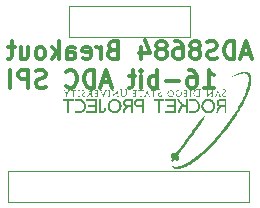
<source format=gbo>
G04 #@! TF.GenerationSoftware,KiCad,Pcbnew,8.0.5*
G04 #@! TF.CreationDate,2024-12-14T16:31:39-08:00*
G04 #@! TF.ProjectId,ADS8684 Breakout Board,41445338-3638-4342-9042-7265616b6f75,rev?*
G04 #@! TF.SameCoordinates,Original*
G04 #@! TF.FileFunction,Legend,Bot*
G04 #@! TF.FilePolarity,Positive*
%FSLAX46Y46*%
G04 Gerber Fmt 4.6, Leading zero omitted, Abs format (unit mm)*
G04 Created by KiCad (PCBNEW 8.0.5) date 2024-12-14 16:31:39*
%MOMM*%
%LPD*%
G01*
G04 APERTURE LIST*
%ADD10C,0.300000*%
%ADD11C,0.000000*%
%ADD12C,0.120000*%
%ADD13C,1.700000*%
%ADD14O,1.700000X1.700000*%
G04 APERTURE END LIST*
D10*
X46430222Y-30677341D02*
X45715937Y-30677341D01*
X46573079Y-31105912D02*
X46073079Y-29605912D01*
X46073079Y-29605912D02*
X45573079Y-31105912D01*
X45073080Y-31105912D02*
X45073080Y-29605912D01*
X45073080Y-29605912D02*
X44715937Y-29605912D01*
X44715937Y-29605912D02*
X44501651Y-29677341D01*
X44501651Y-29677341D02*
X44358794Y-29820198D01*
X44358794Y-29820198D02*
X44287365Y-29963055D01*
X44287365Y-29963055D02*
X44215937Y-30248769D01*
X44215937Y-30248769D02*
X44215937Y-30463055D01*
X44215937Y-30463055D02*
X44287365Y-30748769D01*
X44287365Y-30748769D02*
X44358794Y-30891626D01*
X44358794Y-30891626D02*
X44501651Y-31034484D01*
X44501651Y-31034484D02*
X44715937Y-31105912D01*
X44715937Y-31105912D02*
X45073080Y-31105912D01*
X43644508Y-31034484D02*
X43430223Y-31105912D01*
X43430223Y-31105912D02*
X43073080Y-31105912D01*
X43073080Y-31105912D02*
X42930223Y-31034484D01*
X42930223Y-31034484D02*
X42858794Y-30963055D01*
X42858794Y-30963055D02*
X42787365Y-30820198D01*
X42787365Y-30820198D02*
X42787365Y-30677341D01*
X42787365Y-30677341D02*
X42858794Y-30534484D01*
X42858794Y-30534484D02*
X42930223Y-30463055D01*
X42930223Y-30463055D02*
X43073080Y-30391626D01*
X43073080Y-30391626D02*
X43358794Y-30320198D01*
X43358794Y-30320198D02*
X43501651Y-30248769D01*
X43501651Y-30248769D02*
X43573080Y-30177341D01*
X43573080Y-30177341D02*
X43644508Y-30034484D01*
X43644508Y-30034484D02*
X43644508Y-29891626D01*
X43644508Y-29891626D02*
X43573080Y-29748769D01*
X43573080Y-29748769D02*
X43501651Y-29677341D01*
X43501651Y-29677341D02*
X43358794Y-29605912D01*
X43358794Y-29605912D02*
X43001651Y-29605912D01*
X43001651Y-29605912D02*
X42787365Y-29677341D01*
X41930223Y-30248769D02*
X42073080Y-30177341D01*
X42073080Y-30177341D02*
X42144509Y-30105912D01*
X42144509Y-30105912D02*
X42215937Y-29963055D01*
X42215937Y-29963055D02*
X42215937Y-29891626D01*
X42215937Y-29891626D02*
X42144509Y-29748769D01*
X42144509Y-29748769D02*
X42073080Y-29677341D01*
X42073080Y-29677341D02*
X41930223Y-29605912D01*
X41930223Y-29605912D02*
X41644509Y-29605912D01*
X41644509Y-29605912D02*
X41501652Y-29677341D01*
X41501652Y-29677341D02*
X41430223Y-29748769D01*
X41430223Y-29748769D02*
X41358794Y-29891626D01*
X41358794Y-29891626D02*
X41358794Y-29963055D01*
X41358794Y-29963055D02*
X41430223Y-30105912D01*
X41430223Y-30105912D02*
X41501652Y-30177341D01*
X41501652Y-30177341D02*
X41644509Y-30248769D01*
X41644509Y-30248769D02*
X41930223Y-30248769D01*
X41930223Y-30248769D02*
X42073080Y-30320198D01*
X42073080Y-30320198D02*
X42144509Y-30391626D01*
X42144509Y-30391626D02*
X42215937Y-30534484D01*
X42215937Y-30534484D02*
X42215937Y-30820198D01*
X42215937Y-30820198D02*
X42144509Y-30963055D01*
X42144509Y-30963055D02*
X42073080Y-31034484D01*
X42073080Y-31034484D02*
X41930223Y-31105912D01*
X41930223Y-31105912D02*
X41644509Y-31105912D01*
X41644509Y-31105912D02*
X41501652Y-31034484D01*
X41501652Y-31034484D02*
X41430223Y-30963055D01*
X41430223Y-30963055D02*
X41358794Y-30820198D01*
X41358794Y-30820198D02*
X41358794Y-30534484D01*
X41358794Y-30534484D02*
X41430223Y-30391626D01*
X41430223Y-30391626D02*
X41501652Y-30320198D01*
X41501652Y-30320198D02*
X41644509Y-30248769D01*
X40073081Y-29605912D02*
X40358795Y-29605912D01*
X40358795Y-29605912D02*
X40501652Y-29677341D01*
X40501652Y-29677341D02*
X40573081Y-29748769D01*
X40573081Y-29748769D02*
X40715938Y-29963055D01*
X40715938Y-29963055D02*
X40787366Y-30248769D01*
X40787366Y-30248769D02*
X40787366Y-30820198D01*
X40787366Y-30820198D02*
X40715938Y-30963055D01*
X40715938Y-30963055D02*
X40644509Y-31034484D01*
X40644509Y-31034484D02*
X40501652Y-31105912D01*
X40501652Y-31105912D02*
X40215938Y-31105912D01*
X40215938Y-31105912D02*
X40073081Y-31034484D01*
X40073081Y-31034484D02*
X40001652Y-30963055D01*
X40001652Y-30963055D02*
X39930223Y-30820198D01*
X39930223Y-30820198D02*
X39930223Y-30463055D01*
X39930223Y-30463055D02*
X40001652Y-30320198D01*
X40001652Y-30320198D02*
X40073081Y-30248769D01*
X40073081Y-30248769D02*
X40215938Y-30177341D01*
X40215938Y-30177341D02*
X40501652Y-30177341D01*
X40501652Y-30177341D02*
X40644509Y-30248769D01*
X40644509Y-30248769D02*
X40715938Y-30320198D01*
X40715938Y-30320198D02*
X40787366Y-30463055D01*
X39073081Y-30248769D02*
X39215938Y-30177341D01*
X39215938Y-30177341D02*
X39287367Y-30105912D01*
X39287367Y-30105912D02*
X39358795Y-29963055D01*
X39358795Y-29963055D02*
X39358795Y-29891626D01*
X39358795Y-29891626D02*
X39287367Y-29748769D01*
X39287367Y-29748769D02*
X39215938Y-29677341D01*
X39215938Y-29677341D02*
X39073081Y-29605912D01*
X39073081Y-29605912D02*
X38787367Y-29605912D01*
X38787367Y-29605912D02*
X38644510Y-29677341D01*
X38644510Y-29677341D02*
X38573081Y-29748769D01*
X38573081Y-29748769D02*
X38501652Y-29891626D01*
X38501652Y-29891626D02*
X38501652Y-29963055D01*
X38501652Y-29963055D02*
X38573081Y-30105912D01*
X38573081Y-30105912D02*
X38644510Y-30177341D01*
X38644510Y-30177341D02*
X38787367Y-30248769D01*
X38787367Y-30248769D02*
X39073081Y-30248769D01*
X39073081Y-30248769D02*
X39215938Y-30320198D01*
X39215938Y-30320198D02*
X39287367Y-30391626D01*
X39287367Y-30391626D02*
X39358795Y-30534484D01*
X39358795Y-30534484D02*
X39358795Y-30820198D01*
X39358795Y-30820198D02*
X39287367Y-30963055D01*
X39287367Y-30963055D02*
X39215938Y-31034484D01*
X39215938Y-31034484D02*
X39073081Y-31105912D01*
X39073081Y-31105912D02*
X38787367Y-31105912D01*
X38787367Y-31105912D02*
X38644510Y-31034484D01*
X38644510Y-31034484D02*
X38573081Y-30963055D01*
X38573081Y-30963055D02*
X38501652Y-30820198D01*
X38501652Y-30820198D02*
X38501652Y-30534484D01*
X38501652Y-30534484D02*
X38573081Y-30391626D01*
X38573081Y-30391626D02*
X38644510Y-30320198D01*
X38644510Y-30320198D02*
X38787367Y-30248769D01*
X37215939Y-30105912D02*
X37215939Y-31105912D01*
X37573081Y-29534484D02*
X37930224Y-30605912D01*
X37930224Y-30605912D02*
X37001653Y-30605912D01*
X34787368Y-30320198D02*
X34573082Y-30391626D01*
X34573082Y-30391626D02*
X34501653Y-30463055D01*
X34501653Y-30463055D02*
X34430225Y-30605912D01*
X34430225Y-30605912D02*
X34430225Y-30820198D01*
X34430225Y-30820198D02*
X34501653Y-30963055D01*
X34501653Y-30963055D02*
X34573082Y-31034484D01*
X34573082Y-31034484D02*
X34715939Y-31105912D01*
X34715939Y-31105912D02*
X35287368Y-31105912D01*
X35287368Y-31105912D02*
X35287368Y-29605912D01*
X35287368Y-29605912D02*
X34787368Y-29605912D01*
X34787368Y-29605912D02*
X34644511Y-29677341D01*
X34644511Y-29677341D02*
X34573082Y-29748769D01*
X34573082Y-29748769D02*
X34501653Y-29891626D01*
X34501653Y-29891626D02*
X34501653Y-30034484D01*
X34501653Y-30034484D02*
X34573082Y-30177341D01*
X34573082Y-30177341D02*
X34644511Y-30248769D01*
X34644511Y-30248769D02*
X34787368Y-30320198D01*
X34787368Y-30320198D02*
X35287368Y-30320198D01*
X33787368Y-31105912D02*
X33787368Y-30105912D01*
X33787368Y-30391626D02*
X33715939Y-30248769D01*
X33715939Y-30248769D02*
X33644511Y-30177341D01*
X33644511Y-30177341D02*
X33501653Y-30105912D01*
X33501653Y-30105912D02*
X33358796Y-30105912D01*
X32287368Y-31034484D02*
X32430225Y-31105912D01*
X32430225Y-31105912D02*
X32715940Y-31105912D01*
X32715940Y-31105912D02*
X32858797Y-31034484D01*
X32858797Y-31034484D02*
X32930225Y-30891626D01*
X32930225Y-30891626D02*
X32930225Y-30320198D01*
X32930225Y-30320198D02*
X32858797Y-30177341D01*
X32858797Y-30177341D02*
X32715940Y-30105912D01*
X32715940Y-30105912D02*
X32430225Y-30105912D01*
X32430225Y-30105912D02*
X32287368Y-30177341D01*
X32287368Y-30177341D02*
X32215940Y-30320198D01*
X32215940Y-30320198D02*
X32215940Y-30463055D01*
X32215940Y-30463055D02*
X32930225Y-30605912D01*
X30930226Y-31105912D02*
X30930226Y-30320198D01*
X30930226Y-30320198D02*
X31001654Y-30177341D01*
X31001654Y-30177341D02*
X31144511Y-30105912D01*
X31144511Y-30105912D02*
X31430226Y-30105912D01*
X31430226Y-30105912D02*
X31573083Y-30177341D01*
X30930226Y-31034484D02*
X31073083Y-31105912D01*
X31073083Y-31105912D02*
X31430226Y-31105912D01*
X31430226Y-31105912D02*
X31573083Y-31034484D01*
X31573083Y-31034484D02*
X31644511Y-30891626D01*
X31644511Y-30891626D02*
X31644511Y-30748769D01*
X31644511Y-30748769D02*
X31573083Y-30605912D01*
X31573083Y-30605912D02*
X31430226Y-30534484D01*
X31430226Y-30534484D02*
X31073083Y-30534484D01*
X31073083Y-30534484D02*
X30930226Y-30463055D01*
X30215940Y-31105912D02*
X30215940Y-29605912D01*
X30073083Y-30534484D02*
X29644511Y-31105912D01*
X29644511Y-30105912D02*
X30215940Y-30677341D01*
X28787368Y-31105912D02*
X28930225Y-31034484D01*
X28930225Y-31034484D02*
X29001654Y-30963055D01*
X29001654Y-30963055D02*
X29073082Y-30820198D01*
X29073082Y-30820198D02*
X29073082Y-30391626D01*
X29073082Y-30391626D02*
X29001654Y-30248769D01*
X29001654Y-30248769D02*
X28930225Y-30177341D01*
X28930225Y-30177341D02*
X28787368Y-30105912D01*
X28787368Y-30105912D02*
X28573082Y-30105912D01*
X28573082Y-30105912D02*
X28430225Y-30177341D01*
X28430225Y-30177341D02*
X28358797Y-30248769D01*
X28358797Y-30248769D02*
X28287368Y-30391626D01*
X28287368Y-30391626D02*
X28287368Y-30820198D01*
X28287368Y-30820198D02*
X28358797Y-30963055D01*
X28358797Y-30963055D02*
X28430225Y-31034484D01*
X28430225Y-31034484D02*
X28573082Y-31105912D01*
X28573082Y-31105912D02*
X28787368Y-31105912D01*
X27001654Y-30105912D02*
X27001654Y-31105912D01*
X27644511Y-30105912D02*
X27644511Y-30891626D01*
X27644511Y-30891626D02*
X27573082Y-31034484D01*
X27573082Y-31034484D02*
X27430225Y-31105912D01*
X27430225Y-31105912D02*
X27215939Y-31105912D01*
X27215939Y-31105912D02*
X27073082Y-31034484D01*
X27073082Y-31034484D02*
X27001654Y-30963055D01*
X26501653Y-30105912D02*
X25930225Y-30105912D01*
X26287368Y-29605912D02*
X26287368Y-30891626D01*
X26287368Y-30891626D02*
X26215939Y-31034484D01*
X26215939Y-31034484D02*
X26073082Y-31105912D01*
X26073082Y-31105912D02*
X25930225Y-31105912D01*
X42501652Y-33520828D02*
X43358795Y-33520828D01*
X42930224Y-33520828D02*
X42930224Y-32020828D01*
X42930224Y-32020828D02*
X43073081Y-32235114D01*
X43073081Y-32235114D02*
X43215938Y-32377971D01*
X43215938Y-32377971D02*
X43358795Y-32449400D01*
X41215939Y-32020828D02*
X41501653Y-32020828D01*
X41501653Y-32020828D02*
X41644510Y-32092257D01*
X41644510Y-32092257D02*
X41715939Y-32163685D01*
X41715939Y-32163685D02*
X41858796Y-32377971D01*
X41858796Y-32377971D02*
X41930224Y-32663685D01*
X41930224Y-32663685D02*
X41930224Y-33235114D01*
X41930224Y-33235114D02*
X41858796Y-33377971D01*
X41858796Y-33377971D02*
X41787367Y-33449400D01*
X41787367Y-33449400D02*
X41644510Y-33520828D01*
X41644510Y-33520828D02*
X41358796Y-33520828D01*
X41358796Y-33520828D02*
X41215939Y-33449400D01*
X41215939Y-33449400D02*
X41144510Y-33377971D01*
X41144510Y-33377971D02*
X41073081Y-33235114D01*
X41073081Y-33235114D02*
X41073081Y-32877971D01*
X41073081Y-32877971D02*
X41144510Y-32735114D01*
X41144510Y-32735114D02*
X41215939Y-32663685D01*
X41215939Y-32663685D02*
X41358796Y-32592257D01*
X41358796Y-32592257D02*
X41644510Y-32592257D01*
X41644510Y-32592257D02*
X41787367Y-32663685D01*
X41787367Y-32663685D02*
X41858796Y-32735114D01*
X41858796Y-32735114D02*
X41930224Y-32877971D01*
X40430225Y-32949400D02*
X39287368Y-32949400D01*
X38573082Y-33520828D02*
X38573082Y-32020828D01*
X38573082Y-32592257D02*
X38430225Y-32520828D01*
X38430225Y-32520828D02*
X38144510Y-32520828D01*
X38144510Y-32520828D02*
X38001653Y-32592257D01*
X38001653Y-32592257D02*
X37930225Y-32663685D01*
X37930225Y-32663685D02*
X37858796Y-32806542D01*
X37858796Y-32806542D02*
X37858796Y-33235114D01*
X37858796Y-33235114D02*
X37930225Y-33377971D01*
X37930225Y-33377971D02*
X38001653Y-33449400D01*
X38001653Y-33449400D02*
X38144510Y-33520828D01*
X38144510Y-33520828D02*
X38430225Y-33520828D01*
X38430225Y-33520828D02*
X38573082Y-33449400D01*
X37215939Y-33520828D02*
X37215939Y-32520828D01*
X37215939Y-32020828D02*
X37287367Y-32092257D01*
X37287367Y-32092257D02*
X37215939Y-32163685D01*
X37215939Y-32163685D02*
X37144510Y-32092257D01*
X37144510Y-32092257D02*
X37215939Y-32020828D01*
X37215939Y-32020828D02*
X37215939Y-32163685D01*
X36715938Y-32520828D02*
X36144510Y-32520828D01*
X36501653Y-32020828D02*
X36501653Y-33306542D01*
X36501653Y-33306542D02*
X36430224Y-33449400D01*
X36430224Y-33449400D02*
X36287367Y-33520828D01*
X36287367Y-33520828D02*
X36144510Y-33520828D01*
X34573081Y-33092257D02*
X33858796Y-33092257D01*
X34715938Y-33520828D02*
X34215938Y-32020828D01*
X34215938Y-32020828D02*
X33715938Y-33520828D01*
X33215939Y-33520828D02*
X33215939Y-32020828D01*
X33215939Y-32020828D02*
X32858796Y-32020828D01*
X32858796Y-32020828D02*
X32644510Y-32092257D01*
X32644510Y-32092257D02*
X32501653Y-32235114D01*
X32501653Y-32235114D02*
X32430224Y-32377971D01*
X32430224Y-32377971D02*
X32358796Y-32663685D01*
X32358796Y-32663685D02*
X32358796Y-32877971D01*
X32358796Y-32877971D02*
X32430224Y-33163685D01*
X32430224Y-33163685D02*
X32501653Y-33306542D01*
X32501653Y-33306542D02*
X32644510Y-33449400D01*
X32644510Y-33449400D02*
X32858796Y-33520828D01*
X32858796Y-33520828D02*
X33215939Y-33520828D01*
X30858796Y-33377971D02*
X30930224Y-33449400D01*
X30930224Y-33449400D02*
X31144510Y-33520828D01*
X31144510Y-33520828D02*
X31287367Y-33520828D01*
X31287367Y-33520828D02*
X31501653Y-33449400D01*
X31501653Y-33449400D02*
X31644510Y-33306542D01*
X31644510Y-33306542D02*
X31715939Y-33163685D01*
X31715939Y-33163685D02*
X31787367Y-32877971D01*
X31787367Y-32877971D02*
X31787367Y-32663685D01*
X31787367Y-32663685D02*
X31715939Y-32377971D01*
X31715939Y-32377971D02*
X31644510Y-32235114D01*
X31644510Y-32235114D02*
X31501653Y-32092257D01*
X31501653Y-32092257D02*
X31287367Y-32020828D01*
X31287367Y-32020828D02*
X31144510Y-32020828D01*
X31144510Y-32020828D02*
X30930224Y-32092257D01*
X30930224Y-32092257D02*
X30858796Y-32163685D01*
X29144510Y-33449400D02*
X28930225Y-33520828D01*
X28930225Y-33520828D02*
X28573082Y-33520828D01*
X28573082Y-33520828D02*
X28430225Y-33449400D01*
X28430225Y-33449400D02*
X28358796Y-33377971D01*
X28358796Y-33377971D02*
X28287367Y-33235114D01*
X28287367Y-33235114D02*
X28287367Y-33092257D01*
X28287367Y-33092257D02*
X28358796Y-32949400D01*
X28358796Y-32949400D02*
X28430225Y-32877971D01*
X28430225Y-32877971D02*
X28573082Y-32806542D01*
X28573082Y-32806542D02*
X28858796Y-32735114D01*
X28858796Y-32735114D02*
X29001653Y-32663685D01*
X29001653Y-32663685D02*
X29073082Y-32592257D01*
X29073082Y-32592257D02*
X29144510Y-32449400D01*
X29144510Y-32449400D02*
X29144510Y-32306542D01*
X29144510Y-32306542D02*
X29073082Y-32163685D01*
X29073082Y-32163685D02*
X29001653Y-32092257D01*
X29001653Y-32092257D02*
X28858796Y-32020828D01*
X28858796Y-32020828D02*
X28501653Y-32020828D01*
X28501653Y-32020828D02*
X28287367Y-32092257D01*
X27644511Y-33520828D02*
X27644511Y-32020828D01*
X27644511Y-32020828D02*
X27073082Y-32020828D01*
X27073082Y-32020828D02*
X26930225Y-32092257D01*
X26930225Y-32092257D02*
X26858796Y-32163685D01*
X26858796Y-32163685D02*
X26787368Y-32306542D01*
X26787368Y-32306542D02*
X26787368Y-32520828D01*
X26787368Y-32520828D02*
X26858796Y-32663685D01*
X26858796Y-32663685D02*
X26930225Y-32735114D01*
X26930225Y-32735114D02*
X27073082Y-32806542D01*
X27073082Y-32806542D02*
X27644511Y-32806542D01*
X26144511Y-33520828D02*
X26144511Y-32020828D01*
D11*
G36*
X31498480Y-34547371D02*
G01*
X31498480Y-34628680D01*
X31313060Y-34628680D01*
X31127640Y-34628680D01*
X31127640Y-35157128D01*
X31127640Y-35685577D01*
X31047630Y-35684178D01*
X30967620Y-35682780D01*
X30966327Y-35155730D01*
X30965033Y-34628680D01*
X30792208Y-34628680D01*
X30619383Y-34628680D01*
X30620782Y-34548670D01*
X30622180Y-34468660D01*
X31060330Y-34467361D01*
X31498480Y-34466063D01*
X31498480Y-34547371D01*
G37*
G36*
X39159120Y-34547337D02*
G01*
X39159120Y-34628554D01*
X38972430Y-34629887D01*
X38785740Y-34631220D01*
X38784447Y-35158270D01*
X38783153Y-35685320D01*
X38704437Y-35685320D01*
X38625720Y-35685320D01*
X38625720Y-35157000D01*
X38625720Y-34628680D01*
X38453000Y-34628680D01*
X38280280Y-34628680D01*
X38280280Y-34547400D01*
X38280280Y-34466120D01*
X38719700Y-34466120D01*
X39159120Y-34466120D01*
X39159120Y-34547337D01*
G37*
G36*
X33428880Y-35075720D02*
G01*
X33428880Y-35685320D01*
X32981840Y-35685320D01*
X32534800Y-35685320D01*
X32534800Y-35606580D01*
X32534800Y-35527840D01*
X32900560Y-35527840D01*
X33266320Y-35527840D01*
X33266320Y-35344960D01*
X33266320Y-35162080D01*
X32979300Y-35162080D01*
X32692280Y-35162080D01*
X32692280Y-35080800D01*
X32692280Y-34999520D01*
X32979300Y-34999520D01*
X33266320Y-34999520D01*
X33266320Y-34814100D01*
X33266320Y-34628680D01*
X32900560Y-34628680D01*
X32534800Y-34628680D01*
X32534800Y-34547400D01*
X32534800Y-34466120D01*
X32981840Y-34466120D01*
X33428880Y-34466120D01*
X33428880Y-35075720D01*
G37*
G36*
X40139560Y-35075720D02*
G01*
X40139560Y-35685375D01*
X39693790Y-35684077D01*
X39248020Y-35682780D01*
X39246618Y-35605310D01*
X39245216Y-35527840D01*
X39613648Y-35527840D01*
X39982080Y-35527840D01*
X39982080Y-35344960D01*
X39982080Y-35162080D01*
X39692520Y-35162080D01*
X39402960Y-35162080D01*
X39402960Y-35080800D01*
X39402960Y-34999520D01*
X39692520Y-34999520D01*
X39982080Y-34999520D01*
X39982080Y-34814100D01*
X39982080Y-34628680D01*
X39613652Y-34628680D01*
X39245223Y-34628680D01*
X39246622Y-34548670D01*
X39248020Y-34468660D01*
X39693790Y-34467362D01*
X40139560Y-34466064D01*
X40139560Y-35075720D01*
G37*
G36*
X33779400Y-34994440D02*
G01*
X33779400Y-35522760D01*
X33834828Y-35522760D01*
X33878155Y-35520875D01*
X33914776Y-35514761D01*
X33946995Y-35503779D01*
X33977371Y-35487296D01*
X33978104Y-35486822D01*
X34003502Y-35467115D01*
X34029492Y-35441563D01*
X34052887Y-35413607D01*
X34070502Y-35386689D01*
X34073049Y-35381582D01*
X34080748Y-35362667D01*
X34088915Y-35338695D01*
X34096716Y-35312571D01*
X34103319Y-35287200D01*
X34107891Y-35265484D01*
X34109600Y-35250328D01*
X34109600Y-35238280D01*
X34186567Y-35238280D01*
X34263533Y-35238280D01*
X34260380Y-35285270D01*
X34254396Y-35334695D01*
X34239249Y-35396177D01*
X34216329Y-35454071D01*
X34186280Y-35507278D01*
X34149744Y-35554700D01*
X34107365Y-35595237D01*
X34059787Y-35627793D01*
X34045613Y-35635543D01*
X34009103Y-35652543D01*
X33972867Y-35664294D01*
X33932097Y-35672477D01*
X33915671Y-35674438D01*
X33886547Y-35676545D01*
X33849335Y-35678163D01*
X33805190Y-35679247D01*
X33755270Y-35679747D01*
X33621920Y-35680240D01*
X33621920Y-35073180D01*
X33621920Y-34466120D01*
X33700660Y-34466120D01*
X33779400Y-34466120D01*
X33779400Y-34994440D01*
G37*
G36*
X34510835Y-33767636D02*
G01*
X34540588Y-33768095D01*
X34563269Y-33769135D01*
X34577853Y-33770692D01*
X34583310Y-33772700D01*
X34583338Y-33772830D01*
X34579611Y-33776842D01*
X34569340Y-33779475D01*
X34566816Y-33779741D01*
X34559531Y-33780546D01*
X34553507Y-33781938D01*
X34548626Y-33784785D01*
X34544766Y-33789958D01*
X34541809Y-33798328D01*
X34539634Y-33810765D01*
X34538123Y-33828139D01*
X34537155Y-33851321D01*
X34536610Y-33881182D01*
X34536369Y-33918591D01*
X34536313Y-33964419D01*
X34536320Y-34019536D01*
X34536321Y-34021460D01*
X34536360Y-34078983D01*
X34536548Y-34127194D01*
X34536994Y-34166915D01*
X34537807Y-34198969D01*
X34539095Y-34224179D01*
X34540969Y-34243366D01*
X34543538Y-34257353D01*
X34546909Y-34266963D01*
X34551193Y-34273019D01*
X34556499Y-34276342D01*
X34562935Y-34277756D01*
X34570610Y-34278082D01*
X34577733Y-34279244D01*
X34582040Y-34283240D01*
X34580881Y-34284222D01*
X34571282Y-34285959D01*
X34552533Y-34287245D01*
X34525314Y-34288045D01*
X34490301Y-34288320D01*
X34474505Y-34288275D01*
X34442001Y-34287787D01*
X34418857Y-34286776D01*
X34405336Y-34285255D01*
X34401700Y-34283240D01*
X34407899Y-34279750D01*
X34419541Y-34278160D01*
X34440508Y-34275134D01*
X34455837Y-34265156D01*
X34463846Y-34248173D01*
X34464278Y-34244815D01*
X34465081Y-34231166D01*
X34465813Y-34209114D01*
X34466456Y-34179823D01*
X34466989Y-34144455D01*
X34467394Y-34104172D01*
X34467651Y-34060137D01*
X34467740Y-34013514D01*
X34467737Y-33961903D01*
X34467656Y-33916236D01*
X34467387Y-33879020D01*
X34466818Y-33849377D01*
X34465839Y-33826428D01*
X34464337Y-33809292D01*
X34462203Y-33797091D01*
X34459325Y-33788947D01*
X34455592Y-33783979D01*
X34450893Y-33781308D01*
X34445117Y-33780056D01*
X34438152Y-33779343D01*
X34437032Y-33779222D01*
X34426795Y-33776592D01*
X34423290Y-33772700D01*
X34423668Y-33772214D01*
X34431260Y-33770302D01*
X34447748Y-33768855D01*
X34472104Y-33767939D01*
X34503300Y-33767620D01*
X34510835Y-33767636D01*
G37*
G36*
X41412118Y-33766498D02*
G01*
X41437390Y-33767083D01*
X41457506Y-33768086D01*
X41470799Y-33769414D01*
X41475600Y-33770972D01*
X41475481Y-33772253D01*
X41472796Y-33775660D01*
X41464788Y-33778731D01*
X41449113Y-33782486D01*
X41447464Y-33782879D01*
X41441913Y-33785020D01*
X41437308Y-33788851D01*
X41433571Y-33795220D01*
X41430626Y-33804972D01*
X41428394Y-33818955D01*
X41426799Y-33838015D01*
X41425762Y-33863000D01*
X41425207Y-33894756D01*
X41425056Y-33934130D01*
X41425232Y-33981969D01*
X41425657Y-34039120D01*
X41425936Y-34071502D01*
X41426429Y-34120593D01*
X41427027Y-34160923D01*
X41427841Y-34193382D01*
X41428985Y-34218860D01*
X41430571Y-34238246D01*
X41432711Y-34252430D01*
X41435518Y-34262301D01*
X41439104Y-34268750D01*
X41443582Y-34272666D01*
X41449064Y-34274939D01*
X41455662Y-34276458D01*
X41466960Y-34279824D01*
X41473466Y-34283896D01*
X41470027Y-34285235D01*
X41457915Y-34286473D01*
X41438564Y-34287449D01*
X41413478Y-34288089D01*
X41384160Y-34288320D01*
X41357291Y-34288131D01*
X41329019Y-34287351D01*
X41308965Y-34286028D01*
X41297519Y-34284233D01*
X41295066Y-34282032D01*
X41301996Y-34279497D01*
X41318696Y-34276695D01*
X41324490Y-34275986D01*
X41332152Y-34274945D01*
X41338475Y-34273198D01*
X41343592Y-34269883D01*
X41347638Y-34264144D01*
X41350746Y-34255119D01*
X41353050Y-34241951D01*
X41354685Y-34223779D01*
X41355783Y-34199744D01*
X41356480Y-34168987D01*
X41356908Y-34130649D01*
X41357203Y-34083870D01*
X41357498Y-34027792D01*
X41357647Y-33990181D01*
X41357660Y-33944959D01*
X41357487Y-33903584D01*
X41357144Y-33867109D01*
X41356645Y-33836585D01*
X41356002Y-33813065D01*
X41355231Y-33797600D01*
X41354344Y-33791242D01*
X41354127Y-33790928D01*
X41345964Y-33785237D01*
X41333127Y-33780952D01*
X41331872Y-33780681D01*
X41320271Y-33776668D01*
X41314485Y-33771952D01*
X41314762Y-33770953D01*
X41321182Y-33768901D01*
X41336204Y-33767480D01*
X41360344Y-33766653D01*
X41394115Y-33766386D01*
X41412118Y-33766498D01*
G37*
G36*
X31940209Y-33766906D02*
G01*
X31950679Y-33767028D01*
X31980345Y-33767779D01*
X32002867Y-33769022D01*
X32017243Y-33770685D01*
X32022466Y-33772700D01*
X32022318Y-33773614D01*
X32016455Y-33777636D01*
X32004624Y-33780799D01*
X32000401Y-33781502D01*
X31988747Y-33784366D01*
X31982086Y-33789547D01*
X31978345Y-33799637D01*
X31975451Y-33817223D01*
X31975404Y-33817560D01*
X31974291Y-33831315D01*
X31973380Y-33853619D01*
X31972670Y-33882927D01*
X31972162Y-33917689D01*
X31971856Y-33956358D01*
X31971752Y-33997386D01*
X31971851Y-34039224D01*
X31972152Y-34080326D01*
X31972657Y-34119143D01*
X31973365Y-34154126D01*
X31974277Y-34183729D01*
X31975392Y-34206404D01*
X31976661Y-34223694D01*
X31979405Y-34247272D01*
X31983392Y-34263019D01*
X31989340Y-34272423D01*
X31997967Y-34276974D01*
X32009991Y-34278160D01*
X32017405Y-34279310D01*
X32021720Y-34283240D01*
X32020561Y-34284222D01*
X32010962Y-34285959D01*
X31992213Y-34287245D01*
X31964994Y-34288045D01*
X31929981Y-34288320D01*
X31914185Y-34288275D01*
X31881681Y-34287787D01*
X31858537Y-34286776D01*
X31845016Y-34285255D01*
X31841380Y-34283240D01*
X31841607Y-34282925D01*
X31848984Y-34279549D01*
X31861438Y-34278160D01*
X31876564Y-34275422D01*
X31890348Y-34268452D01*
X31894555Y-34264578D01*
X31898876Y-34257942D01*
X31901778Y-34247935D01*
X31903840Y-34232295D01*
X31905641Y-34208762D01*
X31905999Y-34202733D01*
X31906956Y-34179256D01*
X31907728Y-34149107D01*
X31908315Y-34113814D01*
X31908718Y-34074909D01*
X31908939Y-34033921D01*
X31908977Y-33992381D01*
X31908835Y-33951818D01*
X31908511Y-33913763D01*
X31908008Y-33879746D01*
X31907326Y-33851297D01*
X31906467Y-33829946D01*
X31905430Y-33817223D01*
X31904715Y-33812268D01*
X31901904Y-33796883D01*
X31897950Y-33788293D01*
X31890912Y-33783840D01*
X31878848Y-33780870D01*
X31877952Y-33780679D01*
X31866393Y-33776676D01*
X31860573Y-33771856D01*
X31861162Y-33770516D01*
X31868073Y-33768623D01*
X31883100Y-33767418D01*
X31906920Y-33766860D01*
X31940209Y-33766906D01*
G37*
G36*
X39994598Y-34002114D02*
G01*
X39994835Y-34052685D01*
X39985448Y-34103919D01*
X39966284Y-34154918D01*
X39965643Y-34156250D01*
X39941847Y-34194299D01*
X39910125Y-34228423D01*
X39872353Y-34257187D01*
X39830404Y-34279154D01*
X39786153Y-34292889D01*
X39774299Y-34294832D01*
X39743366Y-34297076D01*
X39708573Y-34296709D01*
X39673389Y-34293950D01*
X39641279Y-34289018D01*
X39615713Y-34282133D01*
X39614121Y-34281542D01*
X39564333Y-34258176D01*
X39522134Y-34228171D01*
X39487643Y-34191628D01*
X39460978Y-34148648D01*
X39443559Y-34105637D01*
X39432031Y-34055634D01*
X39430213Y-34021727D01*
X39504865Y-34021727D01*
X39505336Y-34057618D01*
X39507911Y-34091914D01*
X39512532Y-34120704D01*
X39523294Y-34154074D01*
X39542964Y-34190080D01*
X39568861Y-34220678D01*
X39599676Y-34244373D01*
X39634100Y-34259669D01*
X39658441Y-34265653D01*
X39703883Y-34269704D01*
X39748247Y-34263832D01*
X39792572Y-34247961D01*
X39814473Y-34235752D01*
X39847854Y-34208535D01*
X39876231Y-34174104D01*
X39898436Y-34133990D01*
X39913298Y-34089727D01*
X39917932Y-34061994D01*
X39920451Y-34027484D01*
X39920507Y-33991448D01*
X39918102Y-33957681D01*
X39913236Y-33929977D01*
X39901761Y-33896864D01*
X39880200Y-33859586D01*
X39851833Y-33829178D01*
X39817459Y-33806146D01*
X39777871Y-33790992D01*
X39733866Y-33784220D01*
X39686239Y-33786334D01*
X39645421Y-33796617D01*
X39607182Y-33815894D01*
X39573571Y-33843053D01*
X39545555Y-33877131D01*
X39524101Y-33917161D01*
X39510174Y-33962180D01*
X39506557Y-33988150D01*
X39504865Y-34021727D01*
X39430213Y-34021727D01*
X39429370Y-34006004D01*
X39435415Y-33957907D01*
X39450008Y-33912504D01*
X39472989Y-33870954D01*
X39504198Y-33834419D01*
X39514185Y-33825330D01*
X39555548Y-33795793D01*
X39601762Y-33774872D01*
X39653217Y-33762425D01*
X39710300Y-33758308D01*
X39748429Y-33759852D01*
X39795394Y-33767439D01*
X39837042Y-33781960D01*
X39875136Y-33804085D01*
X39911441Y-33834480D01*
X39937678Y-33863347D01*
X39965866Y-33906548D01*
X39984890Y-33953103D01*
X39992485Y-33991448D01*
X39994598Y-34002114D01*
G37*
G36*
X38484866Y-33802644D02*
G01*
X38486916Y-33812034D01*
X38490037Y-33831788D01*
X38490227Y-33844562D01*
X38487713Y-33849611D01*
X38482720Y-33846193D01*
X38475474Y-33833562D01*
X38474277Y-33831123D01*
X38467042Y-33819894D01*
X38457436Y-33811737D01*
X38443907Y-33806193D01*
X38424903Y-33802801D01*
X38398873Y-33801103D01*
X38364264Y-33800640D01*
X38295520Y-33800640D01*
X38295520Y-34021289D01*
X38295555Y-34076810D01*
X38295734Y-34125441D01*
X38296167Y-34165530D01*
X38296963Y-34197902D01*
X38298232Y-34223382D01*
X38300082Y-34242796D01*
X38302622Y-34256967D01*
X38305963Y-34266723D01*
X38310213Y-34272886D01*
X38315482Y-34276284D01*
X38321878Y-34277741D01*
X38329511Y-34278082D01*
X38336696Y-34279115D01*
X38343780Y-34283240D01*
X38343315Y-34284232D01*
X38334987Y-34285999D01*
X38316881Y-34287279D01*
X38289248Y-34288057D01*
X38252340Y-34288320D01*
X38233899Y-34288262D01*
X38201308Y-34287756D01*
X38178110Y-34286741D01*
X38164557Y-34285231D01*
X38160900Y-34283240D01*
X38167099Y-34279750D01*
X38178741Y-34278160D01*
X38178941Y-34278159D01*
X38197411Y-34275365D01*
X38213208Y-34268228D01*
X38222613Y-34258421D01*
X38223199Y-34254783D01*
X38224062Y-34241671D01*
X38224929Y-34220220D01*
X38225773Y-34191503D01*
X38226566Y-34156593D01*
X38227284Y-34116562D01*
X38227899Y-34072483D01*
X38228384Y-34025430D01*
X38230305Y-33800640D01*
X38167663Y-33800668D01*
X38142983Y-33801058D01*
X38118532Y-33802187D01*
X38098646Y-33803877D01*
X38086120Y-33805945D01*
X38069503Y-33813549D01*
X38056410Y-33827437D01*
X38051680Y-33844950D01*
X38050619Y-33852207D01*
X38046912Y-33856520D01*
X38044202Y-33854264D01*
X38040763Y-33844086D01*
X38038242Y-33827981D01*
X38036988Y-33808455D01*
X38037353Y-33788016D01*
X38038980Y-33762692D01*
X38061840Y-33765156D01*
X38069087Y-33765656D01*
X38087127Y-33766276D01*
X38112697Y-33766774D01*
X38144239Y-33767150D01*
X38180198Y-33767404D01*
X38219018Y-33767536D01*
X38259142Y-33767546D01*
X38299014Y-33767436D01*
X38337079Y-33767205D01*
X38371779Y-33766853D01*
X38401560Y-33766382D01*
X38424864Y-33765790D01*
X38440135Y-33765080D01*
X38475530Y-33762540D01*
X38484866Y-33802644D01*
G37*
G36*
X31697647Y-33759336D02*
G01*
X31701887Y-33766545D01*
X31701921Y-33766623D01*
X31706058Y-33778850D01*
X31710248Y-33795453D01*
X31713968Y-33813593D01*
X31716693Y-33830427D01*
X31717899Y-33843114D01*
X31717062Y-33848812D01*
X31715495Y-33848689D01*
X31709246Y-33843186D01*
X31701157Y-33832357D01*
X31697027Y-33826256D01*
X31688707Y-33816383D01*
X31678995Y-33809429D01*
X31666139Y-33804889D01*
X31648388Y-33802260D01*
X31623989Y-33801036D01*
X31591190Y-33800714D01*
X31518800Y-33800640D01*
X31519024Y-33994950D01*
X31519149Y-34049781D01*
X31519492Y-34102355D01*
X31520151Y-34146237D01*
X31521232Y-34182204D01*
X31522842Y-34211033D01*
X31525088Y-34233500D01*
X31528076Y-34250380D01*
X31531912Y-34262451D01*
X31536704Y-34270488D01*
X31542556Y-34275267D01*
X31549577Y-34277566D01*
X31557871Y-34278160D01*
X31565285Y-34279310D01*
X31569600Y-34283240D01*
X31568441Y-34284222D01*
X31558842Y-34285959D01*
X31540093Y-34287245D01*
X31512874Y-34288045D01*
X31477861Y-34288320D01*
X31451009Y-34288131D01*
X31422769Y-34287349D01*
X31402803Y-34286021D01*
X31391488Y-34284217D01*
X31389200Y-34282004D01*
X31396317Y-34279451D01*
X31413215Y-34276625D01*
X31418357Y-34275971D01*
X31426580Y-34274785D01*
X31433379Y-34272883D01*
X31438888Y-34269409D01*
X31443242Y-34263501D01*
X31446578Y-34254303D01*
X31449030Y-34240956D01*
X31450734Y-34222600D01*
X31451824Y-34198378D01*
X31452437Y-34167430D01*
X31452707Y-34128899D01*
X31452770Y-34081925D01*
X31452760Y-34025650D01*
X31452760Y-33799665D01*
X31382003Y-33801422D01*
X31364690Y-33801896D01*
X31340632Y-33802886D01*
X31323744Y-33804298D01*
X31312106Y-33806413D01*
X31303802Y-33809512D01*
X31296913Y-33813876D01*
X31296481Y-33814204D01*
X31285862Y-33826002D01*
X31279991Y-33839276D01*
X31278890Y-33844707D01*
X31275717Y-33853043D01*
X31272606Y-33852509D01*
X31269927Y-33844046D01*
X31268049Y-33828593D01*
X31267340Y-33807089D01*
X31267340Y-33762739D01*
X31290200Y-33765179D01*
X31295830Y-33765672D01*
X31314992Y-33766648D01*
X31341123Y-33767358D01*
X31372795Y-33767814D01*
X31408582Y-33768032D01*
X31447056Y-33768024D01*
X31486789Y-33767803D01*
X31526354Y-33767385D01*
X31564324Y-33766781D01*
X31599272Y-33766006D01*
X31629769Y-33765073D01*
X31654390Y-33763996D01*
X31671705Y-33762789D01*
X31680288Y-33761465D01*
X31691514Y-33758006D01*
X31697647Y-33759336D01*
G37*
G36*
X32349279Y-33759697D02*
G01*
X32385522Y-33768554D01*
X32415538Y-33783973D01*
X32439991Y-33806128D01*
X32448465Y-33817192D01*
X32463256Y-33847250D01*
X32468796Y-33879515D01*
X32465154Y-33912719D01*
X32452399Y-33945594D01*
X32430602Y-33976874D01*
X32427935Y-33979799D01*
X32413602Y-33993762D01*
X32393904Y-34011235D01*
X32371085Y-34030273D01*
X32347387Y-34048935D01*
X32337702Y-34056360D01*
X32306277Y-34081417D01*
X32282399Y-34102647D01*
X32265219Y-34121273D01*
X32253887Y-34138517D01*
X32247553Y-34155602D01*
X32245367Y-34173753D01*
X32246479Y-34194193D01*
X32251899Y-34216754D01*
X32265947Y-34239636D01*
X32287673Y-34256331D01*
X32316645Y-34266529D01*
X32352431Y-34269921D01*
X32382844Y-34267508D01*
X32414677Y-34258228D01*
X32439498Y-34242284D01*
X32456840Y-34219995D01*
X32466240Y-34191681D01*
X32467112Y-34187151D01*
X32470458Y-34175959D01*
X32473831Y-34171480D01*
X32475598Y-34174662D01*
X32477916Y-34185630D01*
X32480168Y-34201864D01*
X32482089Y-34220685D01*
X32483412Y-34239412D01*
X32483871Y-34255365D01*
X32483200Y-34265863D01*
X32482960Y-34266875D01*
X32475022Y-34277146D01*
X32457776Y-34286122D01*
X32431970Y-34293400D01*
X32423113Y-34294683D01*
X32403815Y-34296062D01*
X32379847Y-34296741D01*
X32354460Y-34296586D01*
X32350922Y-34296494D01*
X32323804Y-34295279D01*
X32303693Y-34293067D01*
X32287761Y-34289415D01*
X32273180Y-34283883D01*
X32260453Y-34277527D01*
X32230463Y-34255537D01*
X32208161Y-34227659D01*
X32194245Y-34194937D01*
X32189410Y-34158414D01*
X32189436Y-34154748D01*
X32192489Y-34124529D01*
X32201186Y-34096774D01*
X32216321Y-34070338D01*
X32238692Y-34044076D01*
X32269094Y-34016846D01*
X32308324Y-33987502D01*
X32323776Y-33976534D01*
X32356126Y-33952222D01*
X32380672Y-33931219D01*
X32398271Y-33912529D01*
X32409781Y-33895161D01*
X32416058Y-33878120D01*
X32417960Y-33860413D01*
X32413710Y-33835960D01*
X32400909Y-33814916D01*
X32380482Y-33798996D01*
X32353361Y-33788918D01*
X32320478Y-33785400D01*
X32305906Y-33785908D01*
X32274229Y-33791285D01*
X32249056Y-33802118D01*
X32231343Y-33817897D01*
X32222047Y-33838107D01*
X32218959Y-33850119D01*
X32214644Y-33859221D01*
X32210765Y-33859029D01*
X32207616Y-33850056D01*
X32205489Y-33832814D01*
X32204678Y-33807814D01*
X32204600Y-33766728D01*
X32261750Y-33760238D01*
X32306142Y-33757233D01*
X32349279Y-33759697D01*
G37*
G36*
X37435728Y-34661977D02*
G01*
X37436042Y-34714053D01*
X37436319Y-34771886D01*
X37436554Y-34834756D01*
X37436743Y-34901944D01*
X37436884Y-34972731D01*
X37436971Y-35046396D01*
X37437000Y-35122220D01*
X37437000Y-35685320D01*
X37355720Y-35685320D01*
X37274440Y-35685320D01*
X37274440Y-35423700D01*
X37274440Y-35162080D01*
X37113017Y-35162080D01*
X37098065Y-35162057D01*
X37056479Y-35161772D01*
X37016727Y-35161191D01*
X36980474Y-35160359D01*
X36949385Y-35159318D01*
X36925125Y-35158112D01*
X36909360Y-35156784D01*
X36898861Y-35155307D01*
X36842931Y-35141570D01*
X36790824Y-35118427D01*
X36742523Y-35085868D01*
X36698013Y-35043885D01*
X36677780Y-35019498D01*
X36647594Y-34971408D01*
X36626094Y-34919527D01*
X36613408Y-34865018D01*
X36610004Y-34814100D01*
X36774115Y-34814100D01*
X36774138Y-34823106D01*
X36774772Y-34845818D01*
X36776627Y-34862353D01*
X36780177Y-34875721D01*
X36785896Y-34888931D01*
X36787594Y-34892287D01*
X36811114Y-34927440D01*
X36841782Y-34957602D01*
X36877138Y-34980314D01*
X36910973Y-34996980D01*
X37092707Y-34998543D01*
X37274440Y-35000106D01*
X37274440Y-34814393D01*
X37274440Y-34628680D01*
X37118230Y-34628782D01*
X37076623Y-34628891D01*
X37030766Y-34629321D01*
X36993071Y-34630165D01*
X36962412Y-34631517D01*
X36937661Y-34633472D01*
X36917692Y-34636125D01*
X36901379Y-34639570D01*
X36887595Y-34643902D01*
X36875212Y-34649216D01*
X36855206Y-34661334D01*
X36829511Y-34682992D01*
X36806279Y-34708843D01*
X36788584Y-34735814D01*
X36783195Y-34746610D01*
X36778388Y-34759082D01*
X36775654Y-34772425D01*
X36774420Y-34789733D01*
X36774115Y-34814100D01*
X36610004Y-34814100D01*
X36609666Y-34809041D01*
X36614998Y-34752758D01*
X36629532Y-34697331D01*
X36653400Y-34643920D01*
X36658062Y-34635921D01*
X36679493Y-34605957D01*
X36706606Y-34575437D01*
X36736889Y-34546793D01*
X36767831Y-34522459D01*
X36796920Y-34504867D01*
X36804603Y-34501091D01*
X36818816Y-34494199D01*
X36831721Y-34488384D01*
X36844273Y-34483549D01*
X36857427Y-34479595D01*
X36872140Y-34476424D01*
X36889367Y-34473938D01*
X36910064Y-34472038D01*
X36935186Y-34470626D01*
X36965690Y-34469603D01*
X37002530Y-34468872D01*
X37046662Y-34468333D01*
X37099043Y-34467889D01*
X37160627Y-34467441D01*
X37430354Y-34465484D01*
X37433677Y-34512302D01*
X37433731Y-34513135D01*
X37434174Y-34525633D01*
X37434599Y-34547486D01*
X37435003Y-34577974D01*
X37435380Y-34616378D01*
X37435474Y-34628680D01*
X37435728Y-34661977D01*
G37*
G36*
X37400956Y-33759866D02*
G01*
X37405808Y-33769201D01*
X37408534Y-33777189D01*
X37412941Y-33794072D01*
X37416692Y-33812727D01*
X37419308Y-33830254D01*
X37420309Y-33843754D01*
X37419216Y-33850325D01*
X37417387Y-33851288D01*
X37413103Y-33847873D01*
X37409269Y-33839516D01*
X37399063Y-33824474D01*
X37386974Y-33811883D01*
X37375983Y-33805171D01*
X37374595Y-33804859D01*
X37362965Y-33803550D01*
X37343999Y-33802421D01*
X37319994Y-33801582D01*
X37293247Y-33801146D01*
X37223154Y-33800640D01*
X37224667Y-34028712D01*
X37225030Y-34080815D01*
X37225409Y-34126147D01*
X37225829Y-34163111D01*
X37226335Y-34192623D01*
X37226968Y-34215600D01*
X37227773Y-34232955D01*
X37228790Y-34245606D01*
X37230065Y-34254468D01*
X37231639Y-34260455D01*
X37233556Y-34264485D01*
X37235858Y-34267472D01*
X37245144Y-34274522D01*
X37257148Y-34278160D01*
X37264851Y-34279211D01*
X37271900Y-34283240D01*
X37271634Y-34284116D01*
X37263956Y-34285932D01*
X37246499Y-34287248D01*
X37219526Y-34288049D01*
X37183300Y-34288320D01*
X37155766Y-34288115D01*
X37130077Y-34287494D01*
X37109746Y-34286533D01*
X37096373Y-34285310D01*
X37091560Y-34283900D01*
X37092743Y-34282383D01*
X37101138Y-34279260D01*
X37114944Y-34276845D01*
X37121371Y-34276200D01*
X37129532Y-34275289D01*
X37136261Y-34273661D01*
X37141704Y-34270456D01*
X37146004Y-34264816D01*
X37149305Y-34255884D01*
X37151753Y-34242800D01*
X37153490Y-34224707D01*
X37154662Y-34200747D01*
X37155412Y-34170060D01*
X37155884Y-34131790D01*
X37156223Y-34085077D01*
X37156574Y-34029063D01*
X37158087Y-33800640D01*
X37098154Y-33800668D01*
X37097024Y-33800669D01*
X37059526Y-33801518D01*
X37030884Y-33804224D01*
X37009927Y-33809200D01*
X36995484Y-33816862D01*
X36986384Y-33827621D01*
X36981456Y-33841892D01*
X36978277Y-33852147D01*
X36974623Y-33856520D01*
X36973088Y-33853158D01*
X36971237Y-33842116D01*
X36969534Y-33826056D01*
X36968181Y-33807760D01*
X36967376Y-33790013D01*
X36967320Y-33775595D01*
X36968212Y-33767290D01*
X36972193Y-33764890D01*
X36984826Y-33764381D01*
X37006653Y-33766411D01*
X37009174Y-33766692D01*
X37026588Y-33767863D01*
X37051268Y-33768695D01*
X37081762Y-33769207D01*
X37116617Y-33769419D01*
X37154381Y-33769351D01*
X37193603Y-33769024D01*
X37232830Y-33768458D01*
X37270610Y-33767672D01*
X37305491Y-33766687D01*
X37336021Y-33765522D01*
X37360748Y-33764199D01*
X37378219Y-33762736D01*
X37386983Y-33761155D01*
X37394438Y-33758509D01*
X37400956Y-33759866D01*
G37*
G36*
X41459090Y-34467608D02*
G01*
X41468944Y-34467725D01*
X41523517Y-34468438D01*
X41569316Y-34469232D01*
X41607532Y-34470222D01*
X41639356Y-34471523D01*
X41665979Y-34473251D01*
X41688591Y-34475521D01*
X41708384Y-34478450D01*
X41726548Y-34482153D01*
X41744275Y-34486745D01*
X41762755Y-34492341D01*
X41783179Y-34499058D01*
X41818514Y-34512577D01*
X41863135Y-34533536D01*
X41906005Y-34557532D01*
X41942960Y-34582393D01*
X41943261Y-34582620D01*
X41967125Y-34602328D01*
X41994209Y-34627396D01*
X42022268Y-34655496D01*
X42049061Y-34684303D01*
X42072345Y-34711492D01*
X42089876Y-34734737D01*
X42096621Y-34744942D01*
X42131320Y-34807850D01*
X42158241Y-34876001D01*
X42177178Y-34948053D01*
X42187925Y-35022664D01*
X42190275Y-35098493D01*
X42184022Y-35174199D01*
X42168958Y-35248440D01*
X42167564Y-35253481D01*
X42154809Y-35291290D01*
X42137631Y-35332341D01*
X42117625Y-35373331D01*
X42096387Y-35410956D01*
X42075511Y-35441915D01*
X42055255Y-35466452D01*
X42027392Y-35496284D01*
X41996267Y-35526566D01*
X41964206Y-35555143D01*
X41933533Y-35579858D01*
X41906573Y-35598557D01*
X41864588Y-35621686D01*
X41800736Y-35648555D01*
X41733410Y-35668238D01*
X41665568Y-35679739D01*
X41652618Y-35680658D01*
X41630137Y-35681612D01*
X41600286Y-35682492D01*
X41564518Y-35683266D01*
X41524285Y-35683903D01*
X41481038Y-35684373D01*
X41436230Y-35684644D01*
X41247000Y-35685320D01*
X41247000Y-35606580D01*
X41247000Y-35527840D01*
X41426973Y-35527840D01*
X41459626Y-35527753D01*
X41502413Y-35527384D01*
X41542561Y-35526759D01*
X41578566Y-35525915D01*
X41608925Y-35524888D01*
X41632131Y-35523716D01*
X41646683Y-35522435D01*
X41667509Y-35519067D01*
X41730022Y-35502225D01*
X41789543Y-35475862D01*
X41845482Y-35440274D01*
X41897252Y-35395760D01*
X41935289Y-35354177D01*
X41971859Y-35302481D01*
X41999096Y-35247809D01*
X42017303Y-35189381D01*
X42026780Y-35126415D01*
X42027832Y-35058128D01*
X42026157Y-35029954D01*
X42020965Y-34986573D01*
X42012209Y-34948114D01*
X41999082Y-34911408D01*
X41980779Y-34873288D01*
X41959479Y-34837054D01*
X41918518Y-34782990D01*
X41870650Y-34736122D01*
X41816464Y-34696920D01*
X41756551Y-34665852D01*
X41691500Y-34643387D01*
X41681736Y-34640909D01*
X41670761Y-34638578D01*
X41658714Y-34636672D01*
X41644457Y-34635130D01*
X41626857Y-34633887D01*
X41604776Y-34632883D01*
X41577078Y-34632052D01*
X41542629Y-34631334D01*
X41500292Y-34630665D01*
X41448930Y-34629982D01*
X41247000Y-34627432D01*
X41247000Y-34546270D01*
X41247000Y-34465107D01*
X41459090Y-34467608D01*
G37*
G36*
X33826378Y-33766605D02*
G01*
X33850853Y-33767651D01*
X33867166Y-33769408D01*
X33874821Y-33771788D01*
X33873317Y-33774700D01*
X33862158Y-33778055D01*
X33849788Y-33780968D01*
X33840082Y-33784637D01*
X33836069Y-33789693D01*
X33835280Y-33797965D01*
X33835562Y-33800409D01*
X33838765Y-33812730D01*
X33845139Y-33832642D01*
X33854185Y-33858840D01*
X33865402Y-33890019D01*
X33878291Y-33924876D01*
X33892352Y-33962107D01*
X33907084Y-34000406D01*
X33921988Y-34038470D01*
X33936564Y-34074995D01*
X33950311Y-34108676D01*
X33962730Y-34138209D01*
X33973321Y-34162290D01*
X33981584Y-34179614D01*
X33990753Y-34197488D01*
X34068575Y-33996718D01*
X34077643Y-33973221D01*
X34093459Y-33931726D01*
X34107752Y-33893566D01*
X34120155Y-33859761D01*
X34130302Y-33831329D01*
X34137824Y-33809292D01*
X34142356Y-33794668D01*
X34143530Y-33788477D01*
X34143338Y-33788046D01*
X34136192Y-33782556D01*
X34123862Y-33779393D01*
X34122184Y-33779206D01*
X34111862Y-33776535D01*
X34108326Y-33772700D01*
X34109595Y-33771777D01*
X34119369Y-33770032D01*
X34138026Y-33768725D01*
X34164691Y-33767904D01*
X34198490Y-33767620D01*
X34213859Y-33767671D01*
X34244952Y-33768188D01*
X34268093Y-33769226D01*
X34282551Y-33770744D01*
X34287590Y-33772700D01*
X34286211Y-33774633D01*
X34277526Y-33778329D01*
X34263465Y-33781338D01*
X34258157Y-33782225D01*
X34240446Y-33788092D01*
X34228175Y-33798619D01*
X34224265Y-33805584D01*
X34216851Y-33821098D01*
X34206443Y-33844077D01*
X34193472Y-33873534D01*
X34178369Y-33908479D01*
X34161564Y-33947924D01*
X34143488Y-33990880D01*
X34124572Y-34036361D01*
X34106617Y-34079705D01*
X34088535Y-34123203D01*
X34071758Y-34163407D01*
X34056713Y-34199300D01*
X34043828Y-34229865D01*
X34033530Y-34254087D01*
X34026246Y-34270947D01*
X34022405Y-34279430D01*
X34019981Y-34283896D01*
X34012394Y-34294316D01*
X34006088Y-34298480D01*
X34003631Y-34297360D01*
X33999975Y-34293185D01*
X33995022Y-34285317D01*
X33988477Y-34273124D01*
X33980047Y-34255978D01*
X33969440Y-34233247D01*
X33956361Y-34204302D01*
X33940516Y-34168512D01*
X33921613Y-34125248D01*
X33899357Y-34073879D01*
X33873455Y-34013775D01*
X33869219Y-34003934D01*
X33851480Y-33962899D01*
X33834736Y-33924426D01*
X33819486Y-33889644D01*
X33806228Y-33859685D01*
X33795463Y-33835678D01*
X33787690Y-33818753D01*
X33783409Y-33810041D01*
X33776439Y-33799402D01*
X33760396Y-33785516D01*
X33739158Y-33779261D01*
X33730922Y-33777038D01*
X33725017Y-33772186D01*
X33724979Y-33771709D01*
X33729586Y-33769392D01*
X33742785Y-33767755D01*
X33765092Y-33766755D01*
X33797026Y-33766349D01*
X33826378Y-33766605D01*
G37*
G36*
X31793120Y-34468781D02*
G01*
X31837555Y-34468853D01*
X31888165Y-34469145D01*
X31930753Y-34469765D01*
X31966531Y-34470825D01*
X31996716Y-34472441D01*
X32022523Y-34474724D01*
X32045166Y-34477791D01*
X32065860Y-34481753D01*
X32085820Y-34486724D01*
X32106262Y-34492819D01*
X32128400Y-34500151D01*
X32187327Y-34524249D01*
X32251663Y-34560321D01*
X32311378Y-34604448D01*
X32365675Y-34655767D01*
X32413755Y-34713414D01*
X32454821Y-34776527D01*
X32488075Y-34844243D01*
X32512718Y-34915700D01*
X32515686Y-34926659D01*
X32519571Y-34942292D01*
X32522415Y-34956799D01*
X32524379Y-34972059D01*
X32525625Y-34989953D01*
X32526313Y-35012364D01*
X32526605Y-35041173D01*
X32526663Y-35078260D01*
X32526645Y-35098770D01*
X32526466Y-35131442D01*
X32525963Y-35156819D01*
X32524979Y-35176786D01*
X32523355Y-35193228D01*
X32520932Y-35208030D01*
X32517553Y-35223076D01*
X32513059Y-35240251D01*
X32504745Y-35267387D01*
X32486663Y-35314328D01*
X32464392Y-35361807D01*
X32439653Y-35406272D01*
X32414169Y-35444175D01*
X32397510Y-35464993D01*
X32367431Y-35498489D01*
X32334601Y-35531093D01*
X32301689Y-35560206D01*
X32271367Y-35583226D01*
X32266121Y-35586737D01*
X32207665Y-35620037D01*
X32143277Y-35647250D01*
X32075597Y-35667413D01*
X32007267Y-35679563D01*
X31994083Y-35680532D01*
X31971672Y-35681438D01*
X31941901Y-35682206D01*
X31906203Y-35682812D01*
X31866011Y-35683232D01*
X31822759Y-35683441D01*
X31777880Y-35683415D01*
X31587380Y-35682780D01*
X31585981Y-35605749D01*
X31584581Y-35528719D01*
X31791721Y-35526475D01*
X31828817Y-35526045D01*
X31876534Y-35525371D01*
X31915789Y-35524618D01*
X31947601Y-35523740D01*
X31972987Y-35522695D01*
X31992966Y-35521436D01*
X32008556Y-35519918D01*
X32020774Y-35518097D01*
X32030640Y-35515927D01*
X32050713Y-35510181D01*
X32112422Y-35485885D01*
X32169590Y-35453234D01*
X32221376Y-35413054D01*
X32266943Y-35366171D01*
X32305452Y-35313412D01*
X32336063Y-35255602D01*
X32357939Y-35193568D01*
X32360093Y-35184517D01*
X32364808Y-35154580D01*
X32367906Y-35118913D01*
X32369316Y-35080657D01*
X32368968Y-35042949D01*
X32366790Y-35008931D01*
X32362713Y-34981740D01*
X32344500Y-34921458D01*
X32316709Y-34862740D01*
X32280438Y-34808357D01*
X32236362Y-34759178D01*
X32185159Y-34716071D01*
X32127506Y-34679906D01*
X32115142Y-34673488D01*
X32092712Y-34663017D01*
X32069982Y-34654269D01*
X32045859Y-34647099D01*
X32019247Y-34641358D01*
X31989051Y-34636901D01*
X31954176Y-34633580D01*
X31913529Y-34631249D01*
X31866014Y-34629760D01*
X31810536Y-34628967D01*
X31746002Y-34628723D01*
X31584583Y-34628680D01*
X31585982Y-34548670D01*
X31587380Y-34468660D01*
X31793120Y-34468781D01*
G37*
G36*
X40394364Y-33757719D02*
G01*
X40414870Y-33759617D01*
X40443706Y-33763488D01*
X40491013Y-33774110D01*
X40531582Y-33789817D01*
X40567117Y-33811345D01*
X40599325Y-33839432D01*
X40625317Y-33871014D01*
X40648158Y-33912275D01*
X40663212Y-33957132D01*
X40670510Y-34004104D01*
X40670082Y-34051711D01*
X40661956Y-34098472D01*
X40646164Y-34142906D01*
X40622734Y-34183533D01*
X40591696Y-34218873D01*
X40559626Y-34243668D01*
X40517312Y-34266807D01*
X40470403Y-34284255D01*
X40421500Y-34294850D01*
X40420014Y-34295051D01*
X40384686Y-34297863D01*
X40345977Y-34297786D01*
X40306573Y-34295087D01*
X40269156Y-34290033D01*
X40236411Y-34282890D01*
X40211022Y-34273925D01*
X40192900Y-34265406D01*
X40189903Y-34166373D01*
X40189825Y-34163816D01*
X40188679Y-34132809D01*
X40187317Y-34105046D01*
X40185849Y-34082255D01*
X40184383Y-34066165D01*
X40183031Y-34058505D01*
X40181966Y-34056770D01*
X40172951Y-34049821D01*
X40159358Y-34044339D01*
X40154975Y-34043047D01*
X40143969Y-34038524D01*
X40139560Y-34034524D01*
X40142601Y-34033342D01*
X40154271Y-34032009D01*
X40173148Y-34030936D01*
X40197581Y-34030213D01*
X40225920Y-34029926D01*
X40246176Y-34030016D01*
X40272965Y-34030567D01*
X40293860Y-34031549D01*
X40307438Y-34032888D01*
X40312280Y-34034509D01*
X40309114Y-34038261D01*
X40299580Y-34041843D01*
X40289927Y-34043842D01*
X40274741Y-34046976D01*
X40266406Y-34050431D01*
X40258655Y-34058406D01*
X40257018Y-34066853D01*
X40255483Y-34083275D01*
X40254125Y-34105438D01*
X40253010Y-34131126D01*
X40252204Y-34158124D01*
X40251773Y-34184217D01*
X40251783Y-34207190D01*
X40252300Y-34224828D01*
X40253391Y-34234916D01*
X40255412Y-34240156D01*
X40266808Y-34251992D01*
X40285620Y-34260487D01*
X40310249Y-34265607D01*
X40339093Y-34267319D01*
X40370553Y-34265587D01*
X40403028Y-34260378D01*
X40434919Y-34251659D01*
X40464624Y-34239395D01*
X40497019Y-34219888D01*
X40533329Y-34188046D01*
X40562726Y-34149743D01*
X40584577Y-34106040D01*
X40598249Y-34058004D01*
X40603108Y-34006698D01*
X40601113Y-33966891D01*
X40591761Y-33919716D01*
X40574914Y-33879342D01*
X40550744Y-33845940D01*
X40519420Y-33819680D01*
X40481111Y-33800735D01*
X40435987Y-33789276D01*
X40384218Y-33785475D01*
X40342877Y-33787256D01*
X40298118Y-33794349D01*
X40261646Y-33806789D01*
X40233586Y-33824514D01*
X40214064Y-33847462D01*
X40203205Y-33875570D01*
X40202638Y-33878097D01*
X40198544Y-33889381D01*
X40194562Y-33891116D01*
X40191540Y-33883806D01*
X40190324Y-33867950D01*
X40190033Y-33855122D01*
X40188882Y-33832851D01*
X40187163Y-33810740D01*
X40184037Y-33777660D01*
X40229109Y-33771242D01*
X40229225Y-33771226D01*
X40271002Y-33765432D01*
X40304613Y-33761210D01*
X40331906Y-33758443D01*
X40354730Y-33757016D01*
X40374934Y-33756813D01*
X40394364Y-33757719D01*
G37*
G36*
X44218800Y-33664916D02*
G01*
X44246745Y-33667631D01*
X44281915Y-33676270D01*
X44311069Y-33691036D01*
X44335911Y-33712622D01*
X44352120Y-33732308D01*
X44364460Y-33754673D01*
X44370933Y-33779670D01*
X44372855Y-33810800D01*
X44372845Y-33813560D01*
X44370017Y-33844630D01*
X44361670Y-33873753D01*
X44347051Y-33902138D01*
X44325403Y-33930997D01*
X44295972Y-33961541D01*
X44258003Y-33994979D01*
X44220434Y-34027323D01*
X44187986Y-34058127D01*
X44164404Y-34084302D01*
X44149628Y-34105911D01*
X44144448Y-34120120D01*
X44140806Y-34143137D01*
X44140281Y-34168415D01*
X44142907Y-34191987D01*
X44148718Y-34209888D01*
X44151698Y-34215005D01*
X44167984Y-34235649D01*
X44187985Y-34252987D01*
X44208218Y-34263859D01*
X44209234Y-34264197D01*
X44231262Y-34268538D01*
X44257982Y-34269865D01*
X44284660Y-34268193D01*
X44306560Y-34263536D01*
X44311506Y-34261694D01*
X44337525Y-34246482D01*
X44358025Y-34224974D01*
X44371459Y-34199217D01*
X44376280Y-34171259D01*
X44376378Y-34166116D01*
X44378234Y-34154772D01*
X44382630Y-34152420D01*
X44385498Y-34158074D01*
X44387844Y-34171435D01*
X44389577Y-34190040D01*
X44390622Y-34211429D01*
X44390904Y-34233144D01*
X44390347Y-34252725D01*
X44388875Y-34267714D01*
X44386414Y-34275652D01*
X44380808Y-34279236D01*
X44367001Y-34284706D01*
X44348028Y-34290618D01*
X44326533Y-34296160D01*
X44305160Y-34300524D01*
X44291324Y-34301564D01*
X44268916Y-34300945D01*
X44243526Y-34298655D01*
X44218900Y-34295049D01*
X44198783Y-34290479D01*
X44195252Y-34289383D01*
X44160845Y-34273513D01*
X44130984Y-34250386D01*
X44108170Y-34221894D01*
X44097369Y-34202385D01*
X44087147Y-34176026D01*
X44082616Y-34148475D01*
X44082790Y-34115600D01*
X44083477Y-34106791D01*
X44087767Y-34081259D01*
X44095961Y-34057238D01*
X44108867Y-34033615D01*
X44127291Y-34009274D01*
X44152040Y-33983102D01*
X44183919Y-33953983D01*
X44223735Y-33920804D01*
X44229977Y-33915737D01*
X44260311Y-33890030D01*
X44283172Y-33868180D01*
X44299534Y-33848892D01*
X44310367Y-33830869D01*
X44316645Y-33812819D01*
X44319339Y-33793444D01*
X44319567Y-33782404D01*
X44314704Y-33751886D01*
X44301806Y-33727287D01*
X44281369Y-33709102D01*
X44253889Y-33697828D01*
X44219861Y-33693960D01*
X44192870Y-33695336D01*
X44161920Y-33702106D01*
X44138560Y-33714864D01*
X44122177Y-33733986D01*
X44112157Y-33759847D01*
X44109532Y-33769401D01*
X44105113Y-33780909D01*
X44101454Y-33785400D01*
X44100412Y-33784244D01*
X44098426Y-33775426D01*
X44096877Y-33759815D01*
X44096034Y-33739680D01*
X44095861Y-33730621D01*
X44095433Y-33710172D01*
X44095045Y-33694147D01*
X44094764Y-33685415D01*
X44095355Y-33683282D01*
X44103166Y-33677805D01*
X44118571Y-33672884D01*
X44139703Y-33668826D01*
X44164696Y-33665939D01*
X44191684Y-33664533D01*
X44218800Y-33664916D01*
G37*
G36*
X38788338Y-33667711D02*
G01*
X38827724Y-33678322D01*
X38860608Y-33695792D01*
X38886520Y-33719957D01*
X38904986Y-33750653D01*
X38910571Y-33765246D01*
X38913893Y-33779844D01*
X38914984Y-33797087D01*
X38914338Y-33820694D01*
X38913188Y-33838567D01*
X38910459Y-33858271D01*
X38905652Y-33874320D01*
X38897863Y-33890541D01*
X38893912Y-33897054D01*
X38879896Y-33915820D01*
X38860810Y-33937829D01*
X38838677Y-33960927D01*
X38815520Y-33982961D01*
X38793360Y-34001778D01*
X38781222Y-34011740D01*
X38759903Y-34030859D01*
X38738794Y-34051478D01*
X38719812Y-34071617D01*
X38704871Y-34089295D01*
X38695889Y-34102532D01*
X38692105Y-34111376D01*
X38686313Y-34131323D01*
X38682889Y-34151873D01*
X38682365Y-34158424D01*
X38682432Y-34175804D01*
X38686005Y-34191118D01*
X38694112Y-34209650D01*
X38700031Y-34220569D01*
X38718363Y-34243267D01*
X38742336Y-34258819D01*
X38773650Y-34268483D01*
X38792768Y-34271014D01*
X38825724Y-34269252D01*
X38855869Y-34260219D01*
X38881797Y-34244858D01*
X38902106Y-34224109D01*
X38915391Y-34198912D01*
X38920249Y-34170210D01*
X38920635Y-34163057D01*
X38923320Y-34153258D01*
X38927645Y-34151644D01*
X38932517Y-34159195D01*
X38933436Y-34164018D01*
X38934553Y-34177834D01*
X38935317Y-34197490D01*
X38935600Y-34220441D01*
X38935600Y-34273651D01*
X38912914Y-34283686D01*
X38903525Y-34287327D01*
X38882130Y-34293652D01*
X38860844Y-34298021D01*
X38844361Y-34300356D01*
X38827026Y-34302246D01*
X38812874Y-34302525D01*
X38797905Y-34301205D01*
X38778120Y-34298301D01*
X38761014Y-34295031D01*
X38719550Y-34281248D01*
X38685189Y-34260592D01*
X38658334Y-34233543D01*
X38639388Y-34200578D01*
X38628755Y-34162176D01*
X38626837Y-34118815D01*
X38628431Y-34100686D01*
X38633154Y-34076015D01*
X38641435Y-34053052D01*
X38654113Y-34030606D01*
X38672027Y-34007491D01*
X38696015Y-33982517D01*
X38726916Y-33954495D01*
X38765570Y-33922238D01*
X38777583Y-33912378D01*
X38807832Y-33886137D01*
X38830592Y-33863537D01*
X38846749Y-33843346D01*
X38857192Y-33824332D01*
X38862806Y-33805262D01*
X38864480Y-33784906D01*
X38862614Y-33765541D01*
X38852194Y-33738901D01*
X38832326Y-33715721D01*
X38832160Y-33715575D01*
X38815585Y-33703891D01*
X38796793Y-33696970D01*
X38773292Y-33694243D01*
X38742591Y-33695136D01*
X38727502Y-33696758D01*
X38698389Y-33704476D01*
X38676895Y-33718245D01*
X38662211Y-33738713D01*
X38653531Y-33766525D01*
X38649948Y-33780522D01*
X38646499Y-33784904D01*
X38643494Y-33780084D01*
X38641231Y-33766543D01*
X38640008Y-33744760D01*
X38639927Y-33741322D01*
X38639433Y-33720220D01*
X38639009Y-33702053D01*
X38638738Y-33690432D01*
X38638725Y-33687310D01*
X38639995Y-33681185D01*
X38644863Y-33677154D01*
X38655475Y-33674001D01*
X38673980Y-33670514D01*
X38691954Y-33667719D01*
X38742924Y-33664122D01*
X38788338Y-33667711D01*
G37*
G36*
X36507360Y-35075720D02*
G01*
X36507360Y-35685320D01*
X36426080Y-35685320D01*
X36344800Y-35685320D01*
X36344800Y-35423030D01*
X36344800Y-35160740D01*
X36264790Y-35163316D01*
X36234550Y-35164680D01*
X36199451Y-35167282D01*
X36169292Y-35170662D01*
X36146680Y-35174574D01*
X36143372Y-35175353D01*
X36101746Y-35188596D01*
X36058315Y-35207919D01*
X36016964Y-35231380D01*
X35981580Y-35257039D01*
X35968393Y-35268600D01*
X35934355Y-35302937D01*
X35902837Y-35340953D01*
X35875412Y-35380462D01*
X35853650Y-35419277D01*
X35839123Y-35455213D01*
X35835781Y-35468442D01*
X35831191Y-35493021D01*
X35826732Y-35523125D01*
X35822718Y-35556110D01*
X35819462Y-35589332D01*
X35817278Y-35620150D01*
X35816480Y-35645918D01*
X35816480Y-35685320D01*
X35735200Y-35685320D01*
X35653920Y-35685320D01*
X35654001Y-35643410D01*
X35654425Y-35617288D01*
X35657032Y-35567817D01*
X35661721Y-35519090D01*
X35668162Y-35474224D01*
X35676024Y-35436341D01*
X35684048Y-35407555D01*
X35700757Y-35361260D01*
X35721951Y-35318086D01*
X35748776Y-35276107D01*
X35782379Y-35233400D01*
X35823905Y-35188039D01*
X35836199Y-35175175D01*
X35852867Y-35157052D01*
X35865572Y-35142366D01*
X35873243Y-35132371D01*
X35874814Y-35128320D01*
X35867621Y-35125020D01*
X35850858Y-35114888D01*
X35830381Y-35100560D01*
X35808514Y-35083775D01*
X35787577Y-35066272D01*
X35769896Y-35049789D01*
X35747638Y-35024731D01*
X35719208Y-34981009D01*
X35699053Y-34932026D01*
X35687023Y-34877372D01*
X35682962Y-34816640D01*
X35682987Y-34814100D01*
X35844420Y-34814100D01*
X35844450Y-34822148D01*
X35845174Y-34843461D01*
X35847415Y-34859447D01*
X35851900Y-34873805D01*
X35859354Y-34890235D01*
X35866587Y-34903486D01*
X35890546Y-34935759D01*
X35920065Y-34963271D01*
X35952443Y-34983324D01*
X35981580Y-34996980D01*
X36163190Y-34998594D01*
X36344800Y-35000209D01*
X36344800Y-34814444D01*
X36344800Y-34628680D01*
X36188590Y-34628782D01*
X36176478Y-34628803D01*
X36136274Y-34629063D01*
X36098326Y-34629582D01*
X36064215Y-34630321D01*
X36035522Y-34631241D01*
X36013828Y-34632302D01*
X36000713Y-34633464D01*
X35988647Y-34635619D01*
X35948550Y-34649149D01*
X35912841Y-34671295D01*
X35882717Y-34701173D01*
X35859374Y-34737900D01*
X35856752Y-34743335D01*
X35850267Y-34758769D01*
X35846535Y-34773240D01*
X35844828Y-34790449D01*
X35844420Y-34814100D01*
X35682987Y-34814100D01*
X35683108Y-34801708D01*
X35685836Y-34762304D01*
X35692687Y-34726561D01*
X35704551Y-34690738D01*
X35722316Y-34651097D01*
X35729274Y-34637738D01*
X35760637Y-34591157D01*
X35799687Y-34550771D01*
X35845653Y-34517282D01*
X35897760Y-34491394D01*
X35909481Y-34486912D01*
X35923368Y-34482262D01*
X35937898Y-34478368D01*
X35954023Y-34475163D01*
X35972694Y-34472580D01*
X35994863Y-34470553D01*
X36021482Y-34469013D01*
X36053502Y-34467895D01*
X36091876Y-34467131D01*
X36137554Y-34466655D01*
X36191488Y-34466399D01*
X36254630Y-34466297D01*
X36507360Y-34466120D01*
X36507360Y-34628680D01*
X36507360Y-35075720D01*
G37*
G36*
X35546173Y-35113462D02*
G01*
X35542982Y-35160422D01*
X35537651Y-35203550D01*
X35530293Y-35239773D01*
X35511335Y-35298987D01*
X35481651Y-35365357D01*
X35444643Y-35427861D01*
X35401181Y-35485487D01*
X35352136Y-35537223D01*
X35298378Y-35582055D01*
X35240778Y-35618972D01*
X35180206Y-35646962D01*
X35172941Y-35649486D01*
X35148601Y-35656436D01*
X35117866Y-35663736D01*
X35083391Y-35670822D01*
X35047831Y-35677136D01*
X35013840Y-35682116D01*
X34997504Y-35683222D01*
X34971480Y-35683219D01*
X34940728Y-35681975D01*
X34908111Y-35679659D01*
X34876494Y-35676438D01*
X34848740Y-35672478D01*
X34839140Y-35670762D01*
X34774252Y-35655077D01*
X34715253Y-35632854D01*
X34660447Y-35603198D01*
X34608141Y-35565212D01*
X34556640Y-35518001D01*
X34517265Y-35474750D01*
X34471481Y-35412250D01*
X34434898Y-35345665D01*
X34407341Y-35274711D01*
X34397723Y-35240318D01*
X34384617Y-35169500D01*
X34379055Y-35095955D01*
X34379529Y-35078260D01*
X34555409Y-35078260D01*
X34556936Y-35124411D01*
X34564305Y-35181867D01*
X34578378Y-35234816D01*
X34599815Y-35285569D01*
X34629277Y-35336435D01*
X34639914Y-35352141D01*
X34681694Y-35403700D01*
X34728164Y-35446371D01*
X34779176Y-35480053D01*
X34834580Y-35504642D01*
X34894231Y-35520037D01*
X34917619Y-35523664D01*
X34956691Y-35526895D01*
X34994490Y-35525576D01*
X35036097Y-35519697D01*
X35089254Y-35506373D01*
X35139870Y-35485002D01*
X35186959Y-35455190D01*
X35232142Y-35416080D01*
X35273265Y-35370255D01*
X35311434Y-35313742D01*
X35341228Y-35251640D01*
X35362839Y-35183605D01*
X35368018Y-35154105D01*
X35371083Y-35116726D01*
X35371806Y-35075696D01*
X35370223Y-35034188D01*
X35366371Y-34995374D01*
X35360287Y-34962429D01*
X35354380Y-34940773D01*
X35331454Y-34879383D01*
X35301051Y-34823033D01*
X35263892Y-34772492D01*
X35220697Y-34728530D01*
X35172187Y-34691916D01*
X35119081Y-34663422D01*
X35062100Y-34643815D01*
X35031568Y-34637997D01*
X34991403Y-34634173D01*
X34949222Y-34633386D01*
X34908912Y-34635692D01*
X34874358Y-34641145D01*
X34819224Y-34658487D01*
X34764676Y-34685821D01*
X34714563Y-34722088D01*
X34669249Y-34767022D01*
X34629101Y-34820354D01*
X34607111Y-34857005D01*
X34583510Y-34907612D01*
X34567462Y-34959829D01*
X34558314Y-35015948D01*
X34555409Y-35078260D01*
X34379529Y-35078260D01*
X34381033Y-35022069D01*
X34390552Y-34950227D01*
X34407609Y-34882813D01*
X34409511Y-34877032D01*
X34437649Y-34807668D01*
X34473792Y-34742711D01*
X34517133Y-34682942D01*
X34566865Y-34629145D01*
X34622181Y-34582102D01*
X34682273Y-34542594D01*
X34746334Y-34511405D01*
X34813557Y-34489317D01*
X34875201Y-34476169D01*
X34933963Y-34469288D01*
X34991103Y-34469119D01*
X35049660Y-34475660D01*
X35112674Y-34488905D01*
X35131597Y-34494031D01*
X35198792Y-34518746D01*
X35262030Y-34552206D01*
X35320671Y-34593693D01*
X35374078Y-34642486D01*
X35421613Y-34697867D01*
X35462638Y-34759118D01*
X35496514Y-34825518D01*
X35522605Y-34896348D01*
X35540271Y-34970890D01*
X35541760Y-34980323D01*
X35545676Y-35020339D01*
X35547109Y-35065743D01*
X35546914Y-35075696D01*
X35546173Y-35113462D01*
G37*
G36*
X41066204Y-34467268D02*
G01*
X41147940Y-34468660D01*
X41149248Y-35070640D01*
X41149347Y-35119953D01*
X41149465Y-35195704D01*
X41149539Y-35268267D01*
X41149570Y-35337007D01*
X41149558Y-35401291D01*
X41149506Y-35460486D01*
X41149413Y-35513957D01*
X41149282Y-35561070D01*
X41149113Y-35601193D01*
X41148909Y-35633690D01*
X41148669Y-35657929D01*
X41148395Y-35673276D01*
X41148089Y-35679096D01*
X41148002Y-35679296D01*
X41144252Y-35681746D01*
X41135046Y-35683389D01*
X41119210Y-35684295D01*
X41095573Y-35684534D01*
X41062961Y-35684176D01*
X40980300Y-35682780D01*
X40978985Y-35420073D01*
X40977669Y-35157367D01*
X40956125Y-35151814D01*
X40954033Y-35151274D01*
X40916346Y-35141369D01*
X40886343Y-35133027D01*
X40861901Y-35125607D01*
X40840899Y-35118465D01*
X40821214Y-35110960D01*
X40817259Y-35109391D01*
X40799148Y-35102607D01*
X40784776Y-35097840D01*
X40776960Y-35096040D01*
X40773705Y-35097448D01*
X40764142Y-35105497D01*
X40750479Y-35119447D01*
X40733934Y-35137881D01*
X40715727Y-35159382D01*
X40697076Y-35182533D01*
X40679200Y-35205918D01*
X40663319Y-35228120D01*
X40644789Y-35256001D01*
X40618480Y-35299138D01*
X40594243Y-35343883D01*
X40571461Y-35391641D01*
X40549521Y-35443815D01*
X40527808Y-35501809D01*
X40505708Y-35567026D01*
X40482605Y-35640870D01*
X40469146Y-35685320D01*
X40383093Y-35685320D01*
X40362542Y-35685196D01*
X40336102Y-35684603D01*
X40315387Y-35683595D01*
X40301873Y-35682250D01*
X40297040Y-35680650D01*
X40297079Y-35679584D01*
X40299073Y-35667566D01*
X40303748Y-35647769D01*
X40310633Y-35621798D01*
X40319253Y-35591260D01*
X40329139Y-35557759D01*
X40339816Y-35522901D01*
X40350814Y-35488291D01*
X40361659Y-35455536D01*
X40371879Y-35426240D01*
X40403468Y-35344429D01*
X40444873Y-35252592D01*
X40489586Y-35169393D01*
X40537956Y-35094190D01*
X40590334Y-35026342D01*
X40594252Y-35021685D01*
X40605891Y-35007449D01*
X40614022Y-34996883D01*
X40617080Y-34991999D01*
X40614159Y-34988268D01*
X40605088Y-34978438D01*
X40590987Y-34963747D01*
X40572998Y-34945384D01*
X40552263Y-34924536D01*
X40544525Y-34916759D01*
X40503981Y-34874045D01*
X40465975Y-34830257D01*
X40428864Y-34783333D01*
X40391001Y-34731211D01*
X40350743Y-34671829D01*
X40347048Y-34666194D01*
X40330448Y-34640270D01*
X40312549Y-34611502D01*
X40294315Y-34581522D01*
X40276710Y-34551961D01*
X40260697Y-34524452D01*
X40247239Y-34500624D01*
X40237302Y-34482110D01*
X40231847Y-34470542D01*
X40234954Y-34469299D01*
X40246675Y-34468029D01*
X40265600Y-34467022D01*
X40290142Y-34466359D01*
X40318712Y-34466120D01*
X40407270Y-34466120D01*
X40443348Y-34526774D01*
X40472797Y-34574253D01*
X40525470Y-34650267D01*
X40581040Y-34720120D01*
X40638894Y-34783256D01*
X40698418Y-34839116D01*
X40758997Y-34887143D01*
X40820018Y-34926780D01*
X40880867Y-34957468D01*
X40940930Y-34978651D01*
X40977760Y-34988712D01*
X40977760Y-34842537D01*
X40977820Y-34813019D01*
X40978120Y-34764481D01*
X40978639Y-34713995D01*
X40979336Y-34664588D01*
X40980175Y-34619287D01*
X40981114Y-34581119D01*
X40984468Y-34465876D01*
X41066204Y-34467268D01*
G37*
G36*
X33306960Y-33765080D02*
G01*
X33315702Y-33765691D01*
X33333500Y-33766243D01*
X33358467Y-33766663D01*
X33389050Y-33766933D01*
X33423697Y-33767034D01*
X33460855Y-33766947D01*
X33465866Y-33766924D01*
X33508706Y-33766870D01*
X33542131Y-33767144D01*
X33566810Y-33767771D01*
X33583415Y-33768777D01*
X33592616Y-33770187D01*
X33595083Y-33772027D01*
X33594825Y-33772582D01*
X33588022Y-33776812D01*
X33575809Y-33779447D01*
X33573384Y-33779666D01*
X33565532Y-33780378D01*
X33559045Y-33781627D01*
X33553793Y-33784287D01*
X33549646Y-33789234D01*
X33546473Y-33797341D01*
X33544146Y-33809485D01*
X33542533Y-33826539D01*
X33541505Y-33849379D01*
X33540932Y-33878879D01*
X33540683Y-33915914D01*
X33540630Y-33961360D01*
X33540640Y-34016090D01*
X33540646Y-34027043D01*
X33540809Y-34077634D01*
X33541188Y-34123644D01*
X33541762Y-34164143D01*
X33542513Y-34198201D01*
X33543421Y-34224889D01*
X33544466Y-34243277D01*
X33545628Y-34252436D01*
X33551045Y-34266192D01*
X33560407Y-34275380D01*
X33574930Y-34278082D01*
X33582052Y-34279220D01*
X33586360Y-34283130D01*
X33583462Y-34284541D01*
X33571431Y-34286227D01*
X33550957Y-34287675D01*
X33523013Y-34288819D01*
X33488570Y-34289596D01*
X33460129Y-34290049D01*
X33425648Y-34290641D01*
X33393362Y-34291237D01*
X33365927Y-34291788D01*
X33345997Y-34292246D01*
X33337896Y-34292371D01*
X33317350Y-34291935D01*
X33301015Y-34290539D01*
X33291858Y-34288393D01*
X33286570Y-34283054D01*
X33281181Y-34269721D01*
X33276467Y-34247600D01*
X33275016Y-34238299D01*
X33272963Y-34218415D01*
X33273248Y-34205550D01*
X33275641Y-34200466D01*
X33279912Y-34203921D01*
X33285830Y-34216676D01*
X33291757Y-34230463D01*
X33300410Y-34243387D01*
X33312024Y-34252033D01*
X33328383Y-34257208D01*
X33351275Y-34259721D01*
X33382486Y-34260380D01*
X33392881Y-34260373D01*
X33417747Y-34259955D01*
X33437067Y-34258090D01*
X33451514Y-34253690D01*
X33461762Y-34245666D01*
X33468485Y-34232928D01*
X33472355Y-34214387D01*
X33474046Y-34188955D01*
X33474232Y-34155542D01*
X33473587Y-34113060D01*
X33472060Y-34026700D01*
X33411100Y-34028496D01*
X33395233Y-34029067D01*
X33366872Y-34030987D01*
X33346779Y-34034125D01*
X33333666Y-34038865D01*
X33326243Y-34045591D01*
X33323221Y-34054687D01*
X33320710Y-34070100D01*
X33317397Y-34078962D01*
X33313915Y-34078486D01*
X33310532Y-34069104D01*
X33307512Y-34051247D01*
X33305121Y-34025345D01*
X33301979Y-33978270D01*
X33315660Y-33987245D01*
X33316984Y-33988078D01*
X33324499Y-33991529D01*
X33334782Y-33993873D01*
X33349678Y-33995307D01*
X33371036Y-33996024D01*
X33400701Y-33996220D01*
X33472060Y-33996220D01*
X33472060Y-33897160D01*
X33472060Y-33798100D01*
X33427311Y-33796627D01*
X33402662Y-33796475D01*
X33372589Y-33798240D01*
X33347349Y-33801994D01*
X33328699Y-33807453D01*
X33318390Y-33814332D01*
X33314196Y-33823676D01*
X33312040Y-33837594D01*
X33311982Y-33840709D01*
X33310279Y-33850176D01*
X33306896Y-33851305D01*
X33302748Y-33845285D01*
X33298750Y-33833302D01*
X33295817Y-33816544D01*
X33294135Y-33801753D01*
X33292130Y-33784793D01*
X33290737Y-33773778D01*
X33290700Y-33766645D01*
X33295198Y-33764070D01*
X33306960Y-33765080D01*
G37*
G36*
X31087006Y-33766351D02*
G01*
X31118728Y-33766710D01*
X31140684Y-33767725D01*
X31153230Y-33769423D01*
X31156717Y-33771831D01*
X31156693Y-33771898D01*
X31150826Y-33776915D01*
X31139463Y-33781310D01*
X31130135Y-33785690D01*
X31115838Y-33796047D01*
X31101540Y-33809483D01*
X31092882Y-33820106D01*
X31079844Y-33838030D01*
X31063721Y-33861388D01*
X31045493Y-33888644D01*
X31026144Y-33918266D01*
X31006653Y-33948717D01*
X30988004Y-33978464D01*
X30971178Y-34005972D01*
X30957156Y-34029707D01*
X30946920Y-34048134D01*
X30941452Y-34059720D01*
X30941277Y-34060226D01*
X30938699Y-34073316D01*
X30936755Y-34093709D01*
X30935448Y-34119227D01*
X30934781Y-34147689D01*
X30934757Y-34176914D01*
X30935379Y-34204722D01*
X30936651Y-34228932D01*
X30938577Y-34247365D01*
X30941158Y-34257840D01*
X30950363Y-34268306D01*
X30963697Y-34275797D01*
X30964462Y-34276049D01*
X30976464Y-34280715D01*
X30983461Y-34284687D01*
X30980049Y-34285809D01*
X30967985Y-34286814D01*
X30948749Y-34287609D01*
X30923852Y-34288132D01*
X30894807Y-34288320D01*
X30866777Y-34288110D01*
X30841058Y-34287487D01*
X30820712Y-34286527D01*
X30807334Y-34285306D01*
X30802520Y-34283900D01*
X30803703Y-34282383D01*
X30812098Y-34279260D01*
X30825904Y-34276845D01*
X30827205Y-34276698D01*
X30839821Y-34274941D01*
X30849362Y-34272066D01*
X30856283Y-34266780D01*
X30861042Y-34257792D01*
X30864095Y-34243810D01*
X30865899Y-34223545D01*
X30866912Y-34195702D01*
X30867589Y-34158992D01*
X30868141Y-34129507D01*
X30868449Y-34104591D01*
X30867941Y-34084458D01*
X30866075Y-34067416D01*
X30862312Y-34051772D01*
X30856109Y-34035833D01*
X30846925Y-34017905D01*
X30834220Y-33996296D01*
X30817452Y-33969311D01*
X30796080Y-33935260D01*
X30785183Y-33917891D01*
X30761417Y-33880650D01*
X30741647Y-33850949D01*
X30725103Y-33827888D01*
X30711015Y-33810568D01*
X30698614Y-33798089D01*
X30687131Y-33789552D01*
X30675795Y-33784058D01*
X30663839Y-33780707D01*
X30654042Y-33777246D01*
X30649864Y-33772700D01*
X30653284Y-33771050D01*
X30664782Y-33769406D01*
X30682183Y-33768146D01*
X30703194Y-33767306D01*
X30725525Y-33766920D01*
X30746883Y-33767025D01*
X30764976Y-33767657D01*
X30777512Y-33768851D01*
X30782200Y-33770642D01*
X30780063Y-33774379D01*
X30772040Y-33780320D01*
X30766925Y-33783964D01*
X30763446Y-33789959D01*
X30763201Y-33798656D01*
X30766558Y-33811035D01*
X30773884Y-33828076D01*
X30785549Y-33850758D01*
X30801919Y-33880060D01*
X30823363Y-33916963D01*
X30834853Y-33936481D01*
X30851293Y-33964261D01*
X30865636Y-33988320D01*
X30877125Y-34007398D01*
X30885002Y-34020229D01*
X30888510Y-34025552D01*
X30888923Y-34025520D01*
X30893481Y-34020307D01*
X30902124Y-34008040D01*
X30914016Y-33990076D01*
X30928322Y-33967776D01*
X30944207Y-33942496D01*
X30960836Y-33915596D01*
X30977374Y-33888435D01*
X30992986Y-33862370D01*
X31006837Y-33838760D01*
X31018091Y-33818964D01*
X31025913Y-33804340D01*
X31029469Y-33796247D01*
X31029494Y-33788835D01*
X31021460Y-33779453D01*
X31014599Y-33774407D01*
X31010800Y-33769573D01*
X31011720Y-33769066D01*
X31020329Y-33767994D01*
X31036547Y-33767132D01*
X31058589Y-33766558D01*
X31084672Y-33766350D01*
X31087006Y-33766351D01*
G37*
G36*
X40854280Y-33766075D02*
G01*
X40861422Y-33766987D01*
X40879257Y-33768102D01*
X40904333Y-33768926D01*
X40934920Y-33769422D01*
X40969286Y-33769553D01*
X41005700Y-33769283D01*
X41012675Y-33769196D01*
X41054933Y-33768905D01*
X41088599Y-33769121D01*
X41113286Y-33769832D01*
X41128603Y-33771028D01*
X41134160Y-33772700D01*
X41133888Y-33774033D01*
X41127433Y-33777792D01*
X41115009Y-33780674D01*
X41111033Y-33781328D01*
X41096959Y-33785143D01*
X41088150Y-33789820D01*
X41087779Y-33790303D01*
X41086245Y-33795423D01*
X41084978Y-33805820D01*
X41083958Y-33822190D01*
X41083166Y-33845232D01*
X41082584Y-33875643D01*
X41082192Y-33914120D01*
X41081970Y-33961362D01*
X41081900Y-34018065D01*
X41081936Y-34047778D01*
X41082130Y-34093213D01*
X41082476Y-34135196D01*
X41082958Y-34172609D01*
X41083554Y-34204334D01*
X41084248Y-34229253D01*
X41085019Y-34246249D01*
X41085851Y-34254202D01*
X41091409Y-34264824D01*
X41101091Y-34272839D01*
X41109188Y-34276093D01*
X41122540Y-34281556D01*
X41121711Y-34283019D01*
X41111750Y-34284568D01*
X41093208Y-34286038D01*
X41066899Y-34287365D01*
X41033640Y-34288486D01*
X40996477Y-34289496D01*
X40955074Y-34290594D01*
X40922012Y-34291416D01*
X40896253Y-34291972D01*
X40876759Y-34292272D01*
X40862493Y-34292324D01*
X40852417Y-34292138D01*
X40845494Y-34291722D01*
X40840687Y-34291087D01*
X40836959Y-34290242D01*
X40831538Y-34288330D01*
X40826323Y-34283976D01*
X40822574Y-34275663D01*
X40819459Y-34261341D01*
X40816147Y-34238961D01*
X40816045Y-34238195D01*
X40814548Y-34220751D01*
X40814817Y-34207080D01*
X40816532Y-34198776D01*
X40819374Y-34197432D01*
X40823023Y-34204642D01*
X40827942Y-34219018D01*
X40835120Y-34235654D01*
X40843596Y-34247114D01*
X40855141Y-34254357D01*
X40871525Y-34258343D01*
X40894519Y-34260030D01*
X40925896Y-34260380D01*
X40928275Y-34260379D01*
X40953788Y-34260297D01*
X40971293Y-34259797D01*
X40982786Y-34258499D01*
X40990263Y-34256022D01*
X40995722Y-34251985D01*
X41001158Y-34246005D01*
X41004418Y-34242114D01*
X41007766Y-34237085D01*
X41010133Y-34230837D01*
X41011659Y-34221881D01*
X41012483Y-34208725D01*
X41012747Y-34189881D01*
X41012591Y-34163858D01*
X41012154Y-34129165D01*
X41010780Y-34026700D01*
X40949820Y-34028469D01*
X40928735Y-34029285D01*
X40903060Y-34031394D01*
X40885097Y-34034987D01*
X40873360Y-34040604D01*
X40866366Y-34048781D01*
X40862631Y-34060056D01*
X40861416Y-34065570D01*
X40857806Y-34075422D01*
X40854363Y-34075300D01*
X40851225Y-34065342D01*
X40848528Y-34045688D01*
X40846650Y-34028211D01*
X40844210Y-34008342D01*
X40842094Y-33993861D01*
X40839061Y-33976263D01*
X40853801Y-33986230D01*
X40856442Y-33987906D01*
X40864310Y-33991528D01*
X40874825Y-33994091D01*
X40889867Y-33995849D01*
X40911312Y-33997053D01*
X40941039Y-33997957D01*
X41013538Y-33999717D01*
X41012159Y-33898908D01*
X41010780Y-33798100D01*
X40975220Y-33796472D01*
X40934797Y-33796066D01*
X40902079Y-33798842D01*
X40877857Y-33804715D01*
X40862749Y-33813589D01*
X40862744Y-33813595D01*
X40854280Y-33825858D01*
X40850760Y-33838509D01*
X40849533Y-33847084D01*
X40845911Y-33851440D01*
X40844191Y-33850831D01*
X40841360Y-33845971D01*
X40838729Y-33835097D01*
X40836007Y-33816836D01*
X40832904Y-33789811D01*
X40829860Y-33761203D01*
X40854280Y-33766075D01*
G37*
G36*
X43470200Y-35088662D02*
G01*
X43464257Y-35167988D01*
X43448857Y-35247794D01*
X43444774Y-35262344D01*
X43431223Y-35300684D01*
X43413406Y-35342162D01*
X43392898Y-35383509D01*
X43371274Y-35421454D01*
X43350111Y-35452728D01*
X43315019Y-35494699D01*
X43269139Y-35540194D01*
X43219714Y-35580573D01*
X43168716Y-35614248D01*
X43118116Y-35639632D01*
X43085574Y-35651333D01*
X43043727Y-35662980D01*
X42998054Y-35672849D01*
X42951838Y-35680140D01*
X42941207Y-35681304D01*
X42894868Y-35683199D01*
X42843436Y-35681101D01*
X42790146Y-35675332D01*
X42738236Y-35666216D01*
X42690944Y-35654077D01*
X42657226Y-35642017D01*
X42599240Y-35613549D01*
X42543570Y-35576675D01*
X42491333Y-35532504D01*
X42443643Y-35482142D01*
X42401619Y-35426696D01*
X42366375Y-35367274D01*
X42339028Y-35304984D01*
X42316500Y-35229379D01*
X42303202Y-35152233D01*
X42299376Y-35078260D01*
X42479396Y-35078260D01*
X42479441Y-35103081D01*
X42479764Y-35130590D01*
X42480593Y-35151679D01*
X42482150Y-35168527D01*
X42484658Y-35183313D01*
X42488339Y-35198218D01*
X42493417Y-35215420D01*
X42508412Y-35257432D01*
X42538563Y-35317905D01*
X42577499Y-35373545D01*
X42625525Y-35424833D01*
X42664358Y-35457026D01*
X42714907Y-35487805D01*
X42769638Y-35509521D01*
X42829420Y-35522591D01*
X42867276Y-35526177D01*
X42928331Y-35524284D01*
X42986982Y-35513036D01*
X43042598Y-35492870D01*
X43094550Y-35464229D01*
X43142208Y-35427553D01*
X43184942Y-35383282D01*
X43222123Y-35331857D01*
X43253120Y-35273718D01*
X43277304Y-35209306D01*
X43278165Y-35206471D01*
X43283129Y-35189023D01*
X43286633Y-35173361D01*
X43288937Y-35157097D01*
X43290299Y-35137841D01*
X43290977Y-35113205D01*
X43291232Y-35080800D01*
X43291102Y-35046571D01*
X43290294Y-35018828D01*
X43288635Y-34996923D01*
X43285956Y-34978662D01*
X43282088Y-34961849D01*
X43268514Y-34918763D01*
X43241882Y-34858130D01*
X43208407Y-34803242D01*
X43168749Y-34754765D01*
X43123570Y-34713365D01*
X43073528Y-34679708D01*
X43019285Y-34654462D01*
X42961500Y-34638292D01*
X42955191Y-34637200D01*
X42923890Y-34634097D01*
X42887494Y-34633282D01*
X42849777Y-34634643D01*
X42814507Y-34638070D01*
X42785458Y-34643453D01*
X42784924Y-34643590D01*
X42729067Y-34663141D01*
X42676652Y-34691701D01*
X42628449Y-34728483D01*
X42585229Y-34772699D01*
X42547764Y-34823562D01*
X42516824Y-34880284D01*
X42493180Y-34942078D01*
X42489613Y-34953932D01*
X42485577Y-34969120D01*
X42482767Y-34983631D01*
X42480963Y-34999634D01*
X42479946Y-35019295D01*
X42479497Y-35044781D01*
X42479396Y-35078260D01*
X42299376Y-35078260D01*
X42299220Y-35075253D01*
X42304306Y-34999233D01*
X42318210Y-34924962D01*
X42340685Y-34853231D01*
X42371482Y-34784833D01*
X42410352Y-34720557D01*
X42457047Y-34661196D01*
X42511319Y-34607540D01*
X42572918Y-34560380D01*
X42578020Y-34557020D01*
X42630861Y-34527583D01*
X42689500Y-34503369D01*
X42751568Y-34484967D01*
X42814697Y-34472965D01*
X42876517Y-34467951D01*
X42934659Y-34470513D01*
X42990040Y-34479046D01*
X43063114Y-34497539D01*
X43130445Y-34523907D01*
X43192904Y-34558581D01*
X43251364Y-34601991D01*
X43306697Y-34654569D01*
X43317763Y-34666634D01*
X43364623Y-34726637D01*
X43403152Y-34791818D01*
X43433161Y-34861394D01*
X43454464Y-34934582D01*
X43466873Y-35010599D01*
X43469865Y-35080800D01*
X43470200Y-35088662D01*
G37*
G36*
X44427080Y-35075399D02*
G01*
X44427080Y-35685320D01*
X44348340Y-35685320D01*
X44269600Y-35685320D01*
X44269600Y-35423700D01*
X44269600Y-35162080D01*
X44209910Y-35162109D01*
X44188292Y-35162448D01*
X44142233Y-35165185D01*
X44097923Y-35170362D01*
X44058136Y-35177612D01*
X44025646Y-35186566D01*
X43989717Y-35201062D01*
X43939409Y-35229244D01*
X43892362Y-35265804D01*
X43847875Y-35311314D01*
X43805247Y-35366346D01*
X43805172Y-35366455D01*
X43788514Y-35392134D01*
X43775129Y-35417505D01*
X43764535Y-35444313D01*
X43756249Y-35474300D01*
X43749791Y-35509209D01*
X43744677Y-35550785D01*
X43740425Y-35600771D01*
X43734280Y-35685320D01*
X43656341Y-35685320D01*
X43641629Y-35685291D01*
X43615069Y-35684974D01*
X43596605Y-35684196D01*
X43584808Y-35682824D01*
X43578250Y-35680725D01*
X43575503Y-35677765D01*
X43574910Y-35671971D01*
X43574836Y-35657331D01*
X43575374Y-35635889D01*
X43576478Y-35609435D01*
X43578100Y-35579759D01*
X43580278Y-35549525D01*
X43587926Y-35484613D01*
X43599731Y-35426880D01*
X43616445Y-35374571D01*
X43638819Y-35325931D01*
X43667605Y-35279205D01*
X43703555Y-35232639D01*
X43747420Y-35184478D01*
X43753813Y-35177867D01*
X43770866Y-35159997D01*
X43784624Y-35145230D01*
X43793814Y-35134950D01*
X43797160Y-35130538D01*
X43796970Y-35130142D01*
X43791331Y-35125627D01*
X43779444Y-35117821D01*
X43763451Y-35108145D01*
X43741609Y-35094124D01*
X43700893Y-35060454D01*
X43666501Y-35021384D01*
X43640296Y-34978870D01*
X43631967Y-34961091D01*
X43617968Y-34923881D01*
X43609319Y-34886522D01*
X43605420Y-34845889D01*
X43605590Y-34813993D01*
X43764284Y-34813993D01*
X43764284Y-34814209D01*
X43768694Y-34855769D01*
X43781964Y-34893891D01*
X43804742Y-34930437D01*
X43817623Y-34944547D01*
X43842714Y-34964357D01*
X43871767Y-34980866D01*
X43901098Y-34991732D01*
X43909503Y-34993266D01*
X43928120Y-34995187D01*
X43953342Y-34996805D01*
X43983772Y-34998116D01*
X44018013Y-34999114D01*
X44054670Y-34999795D01*
X44092345Y-35000151D01*
X44129642Y-35000179D01*
X44165165Y-34999873D01*
X44197518Y-34999227D01*
X44225302Y-34998236D01*
X44247123Y-34996895D01*
X44261584Y-34995198D01*
X44267287Y-34993141D01*
X44267747Y-34988326D01*
X44268184Y-34974255D01*
X44268499Y-34952250D01*
X44268686Y-34923516D01*
X44268736Y-34889258D01*
X44268642Y-34850681D01*
X44268398Y-34808991D01*
X44267060Y-34631220D01*
X44086601Y-34631220D01*
X43906142Y-34631220D01*
X43872521Y-34647777D01*
X43868908Y-34649591D01*
X43832512Y-34672971D01*
X43803603Y-34702484D01*
X43780698Y-34739613D01*
X43780690Y-34739629D01*
X43771959Y-34758694D01*
X43766973Y-34774459D01*
X43764744Y-34791399D01*
X43764284Y-34813993D01*
X43605590Y-34813993D01*
X43605670Y-34798860D01*
X43605812Y-34795649D01*
X43611335Y-34741159D01*
X43622998Y-34693297D01*
X43641635Y-34650108D01*
X43668078Y-34609637D01*
X43703159Y-34569929D01*
X43708071Y-34565028D01*
X43733810Y-34541414D01*
X43758131Y-34523322D01*
X43784460Y-34508150D01*
X43793554Y-34503488D01*
X43808205Y-34496106D01*
X43821572Y-34489874D01*
X43834607Y-34484689D01*
X43848266Y-34480447D01*
X43863500Y-34477042D01*
X43881265Y-34474370D01*
X43902514Y-34472328D01*
X43928200Y-34470812D01*
X43959277Y-34469715D01*
X43996699Y-34468935D01*
X44041419Y-34468368D01*
X44094392Y-34467908D01*
X44156570Y-34467451D01*
X44427080Y-34465478D01*
X44427080Y-34889258D01*
X44427080Y-35075399D01*
G37*
G36*
X36528882Y-33764109D02*
G01*
X36544075Y-33766369D01*
X36546365Y-33766740D01*
X36562418Y-33768113D01*
X36586904Y-33768998D01*
X36618417Y-33769376D01*
X36655556Y-33769227D01*
X36696916Y-33768531D01*
X36710219Y-33768239D01*
X36748306Y-33767560D01*
X36777378Y-33767356D01*
X36798308Y-33767647D01*
X36811970Y-33768458D01*
X36819237Y-33769809D01*
X36820983Y-33771724D01*
X36820590Y-33772497D01*
X36813393Y-33776768D01*
X36800877Y-33779324D01*
X36785361Y-33783381D01*
X36773329Y-33791287D01*
X36772903Y-33791769D01*
X36770398Y-33795387D01*
X36768379Y-33800537D01*
X36766777Y-33808297D01*
X36765526Y-33819747D01*
X36764558Y-33835965D01*
X36763807Y-33858029D01*
X36763204Y-33887018D01*
X36762683Y-33924010D01*
X36762177Y-33970083D01*
X36761820Y-34020546D01*
X36761960Y-34084875D01*
X36762884Y-34139395D01*
X36764603Y-34184298D01*
X36767128Y-34219772D01*
X36770469Y-34246010D01*
X36774639Y-34263202D01*
X36779647Y-34271538D01*
X36786846Y-34275286D01*
X36800431Y-34278160D01*
X36807844Y-34279285D01*
X36812160Y-34283130D01*
X36809262Y-34284541D01*
X36797231Y-34286227D01*
X36776757Y-34287675D01*
X36748813Y-34288819D01*
X36714370Y-34289596D01*
X36686100Y-34290046D01*
X36651392Y-34290638D01*
X36618773Y-34291235D01*
X36590933Y-34291788D01*
X36570561Y-34292246D01*
X36546980Y-34292287D01*
X36526626Y-34290578D01*
X36515646Y-34286894D01*
X36514841Y-34286204D01*
X36509442Y-34276759D01*
X36504530Y-34261261D01*
X36500655Y-34242847D01*
X36498364Y-34224654D01*
X36498205Y-34209820D01*
X36500726Y-34201482D01*
X36501952Y-34200493D01*
X36506053Y-34202232D01*
X36509342Y-34213468D01*
X36514786Y-34229743D01*
X36527377Y-34244878D01*
X36547200Y-34255170D01*
X36574985Y-34260971D01*
X36611467Y-34262633D01*
X36632127Y-34262074D01*
X36657512Y-34259325D01*
X36675280Y-34253824D01*
X36686880Y-34245040D01*
X36693764Y-34232440D01*
X36695717Y-34223580D01*
X36697704Y-34205810D01*
X36699145Y-34182549D01*
X36700039Y-34155750D01*
X36700384Y-34127368D01*
X36700180Y-34099358D01*
X36699426Y-34073675D01*
X36698120Y-34052273D01*
X36696263Y-34037106D01*
X36693854Y-34030130D01*
X36693578Y-34029929D01*
X36685026Y-34027956D01*
X36669067Y-34027163D01*
X36648180Y-34027398D01*
X36624844Y-34028507D01*
X36601536Y-34030337D01*
X36580734Y-34032734D01*
X36564916Y-34035546D01*
X36556560Y-34038620D01*
X36556022Y-34039104D01*
X36550035Y-34048792D01*
X36545735Y-34062582D01*
X36544499Y-34068103D01*
X36540679Y-34076479D01*
X36536846Y-34075825D01*
X36533850Y-34066917D01*
X36532539Y-34050530D01*
X36532431Y-34045887D01*
X36530888Y-34024657D01*
X36528167Y-34005249D01*
X36526289Y-33993722D01*
X36526426Y-33983180D01*
X36530620Y-33981238D01*
X36539227Y-33987318D01*
X36541782Y-33989334D01*
X36548058Y-33992294D01*
X36557655Y-33994283D01*
X36572281Y-33995479D01*
X36593646Y-33996064D01*
X36623460Y-33996220D01*
X36697860Y-33996220D01*
X36697860Y-33897160D01*
X36697860Y-33798100D01*
X36634360Y-33798420D01*
X36604400Y-33798988D01*
X36578492Y-33800872D01*
X36560212Y-33804488D01*
X36548229Y-33810275D01*
X36541215Y-33818668D01*
X36537840Y-33830104D01*
X36535327Y-33841616D01*
X36531612Y-33847131D01*
X36527533Y-33843172D01*
X36523390Y-33830095D01*
X36519483Y-33808260D01*
X36518712Y-33802656D01*
X36516497Y-33784243D01*
X36515353Y-33770647D01*
X36515514Y-33764482D01*
X36518382Y-33763655D01*
X36528882Y-33764109D01*
G37*
G36*
X42182176Y-33919089D02*
G01*
X42182017Y-33964165D01*
X42182010Y-34009532D01*
X42182155Y-34053962D01*
X42182456Y-34096225D01*
X42182914Y-34135091D01*
X42183532Y-34169330D01*
X42184311Y-34197714D01*
X42185256Y-34219012D01*
X42186367Y-34231995D01*
X42187460Y-34238417D01*
X42195247Y-34260299D01*
X42207998Y-34273645D01*
X42225463Y-34278160D01*
X42233271Y-34279358D01*
X42237600Y-34283240D01*
X42234913Y-34284953D01*
X42223379Y-34286874D01*
X42203946Y-34288226D01*
X42177910Y-34288888D01*
X42160170Y-34289188D01*
X42127989Y-34290213D01*
X42096310Y-34291720D01*
X42069960Y-34293501D01*
X42051553Y-34294679D01*
X42021302Y-34295731D01*
X41988698Y-34296103D01*
X41958200Y-34295707D01*
X41944334Y-34295168D01*
X41888849Y-34289615D01*
X41840457Y-34278438D01*
X41797704Y-34261080D01*
X41759136Y-34236983D01*
X41723299Y-34205590D01*
X41703566Y-34183635D01*
X41673189Y-34138367D01*
X41651176Y-34087802D01*
X41637778Y-34032585D01*
X41636637Y-34017684D01*
X41707036Y-34017684D01*
X41709983Y-34056454D01*
X41716396Y-34090200D01*
X41720156Y-34102921D01*
X41739568Y-34148576D01*
X41766304Y-34187194D01*
X41800301Y-34218715D01*
X41841498Y-34243078D01*
X41889832Y-34260221D01*
X41891028Y-34260524D01*
X41913769Y-34264360D01*
X41942708Y-34266709D01*
X41974597Y-34267557D01*
X42006188Y-34266889D01*
X42034235Y-34264691D01*
X42055489Y-34260949D01*
X42071017Y-34256169D01*
X42090661Y-34246696D01*
X42102677Y-34234565D01*
X42108652Y-34218508D01*
X42109361Y-34210171D01*
X42110067Y-34192577D01*
X42110725Y-34166960D01*
X42111318Y-34134409D01*
X42111829Y-34096015D01*
X42112240Y-34052868D01*
X42112536Y-34006056D01*
X42112699Y-33956670D01*
X42112725Y-33941814D01*
X42112772Y-33887470D01*
X42112713Y-33842250D01*
X42112524Y-33805320D01*
X42112180Y-33775850D01*
X42111658Y-33753008D01*
X42110932Y-33735962D01*
X42109980Y-33723880D01*
X42108777Y-33715929D01*
X42107298Y-33711279D01*
X42105520Y-33709098D01*
X42097070Y-33706798D01*
X42080350Y-33705198D01*
X42057812Y-33704425D01*
X42031669Y-33704445D01*
X42004137Y-33705224D01*
X41977429Y-33706726D01*
X41953759Y-33708917D01*
X41935340Y-33711762D01*
X41893496Y-33723804D01*
X41845801Y-33746595D01*
X41803578Y-33777361D01*
X41767669Y-33815337D01*
X41738911Y-33859759D01*
X41718143Y-33909860D01*
X41711399Y-33939906D01*
X41707520Y-33977599D01*
X41707036Y-34017684D01*
X41636637Y-34017684D01*
X41633244Y-33973360D01*
X41633762Y-33953774D01*
X41641325Y-33898835D01*
X41657618Y-33848788D01*
X41682273Y-33804101D01*
X41714923Y-33765241D01*
X41755201Y-33732676D01*
X41802740Y-33706873D01*
X41857172Y-33688298D01*
X41857677Y-33688169D01*
X41870017Y-33685208D01*
X41882286Y-33682815D01*
X41895763Y-33680916D01*
X41911727Y-33679436D01*
X41931456Y-33678301D01*
X41956230Y-33677438D01*
X41987328Y-33676771D01*
X42026027Y-33676227D01*
X42073608Y-33675731D01*
X42078899Y-33675682D01*
X42132603Y-33675385D01*
X42176245Y-33675548D01*
X42209904Y-33676176D01*
X42233661Y-33677274D01*
X42247597Y-33678848D01*
X42251790Y-33680903D01*
X42246322Y-33683445D01*
X42231272Y-33686479D01*
X42217602Y-33689128D01*
X42202583Y-33694366D01*
X42193382Y-33702392D01*
X42187335Y-33714930D01*
X42187305Y-33715020D01*
X42186157Y-33723624D01*
X42185144Y-33741127D01*
X42184268Y-33766299D01*
X42183530Y-33797910D01*
X42182934Y-33834733D01*
X42182482Y-33875535D01*
X42182398Y-33887470D01*
X42182176Y-33919089D01*
G37*
G36*
X43254706Y-33756190D02*
G01*
X43254742Y-33756354D01*
X43255027Y-33763035D01*
X43255395Y-33778747D01*
X43255831Y-33802516D01*
X43256321Y-33833368D01*
X43256848Y-33870327D01*
X43257400Y-33912419D01*
X43257961Y-33958669D01*
X43258516Y-34008103D01*
X43261220Y-34258746D01*
X43273213Y-34268453D01*
X43284429Y-34275004D01*
X43297043Y-34278160D01*
X43304985Y-34279239D01*
X43312020Y-34283240D01*
X43312085Y-34283769D01*
X43306202Y-34285732D01*
X43290536Y-34287157D01*
X43265384Y-34288026D01*
X43231040Y-34288320D01*
X43220010Y-34288290D01*
X43189176Y-34287811D01*
X43166208Y-34286779D01*
X43151869Y-34285239D01*
X43146920Y-34283240D01*
X43151273Y-34279661D01*
X43161830Y-34278160D01*
X43181480Y-34275924D01*
X43197838Y-34267284D01*
X43207274Y-34251805D01*
X43207797Y-34249070D01*
X43208994Y-34236932D01*
X43210364Y-34217020D01*
X43211854Y-34190711D01*
X43213413Y-34159385D01*
X43214988Y-34124419D01*
X43216530Y-34087194D01*
X43217985Y-34049086D01*
X43219303Y-34011476D01*
X43220432Y-33975741D01*
X43221320Y-33943261D01*
X43221915Y-33915414D01*
X43222167Y-33893578D01*
X43222023Y-33879133D01*
X43221432Y-33873457D01*
X43221322Y-33873468D01*
X43216764Y-33877517D01*
X43206267Y-33887929D01*
X43190730Y-33903782D01*
X43171052Y-33924151D01*
X43148131Y-33948114D01*
X43122866Y-33974746D01*
X43101796Y-33996903D01*
X43066744Y-34033342D01*
X43028387Y-34072816D01*
X42989071Y-34112926D01*
X42951141Y-34151270D01*
X42916944Y-34185450D01*
X42906992Y-34195287D01*
X42880029Y-34221585D01*
X42855421Y-34245083D01*
X42834127Y-34264896D01*
X42817106Y-34280143D01*
X42805318Y-34289938D01*
X42799721Y-34293400D01*
X42797180Y-34292618D01*
X42795203Y-34289522D01*
X42793723Y-34282993D01*
X42792671Y-34271908D01*
X42791974Y-34255148D01*
X42791564Y-34231590D01*
X42791370Y-34200115D01*
X42791320Y-34159600D01*
X42791279Y-34134034D01*
X42790990Y-34085827D01*
X42790455Y-34037710D01*
X42789703Y-33990800D01*
X42788767Y-33946217D01*
X42787676Y-33905079D01*
X42786464Y-33868506D01*
X42785160Y-33837617D01*
X42783797Y-33813531D01*
X42782405Y-33797367D01*
X42781015Y-33790244D01*
X42780788Y-33789914D01*
X42773148Y-33784927D01*
X42760607Y-33780952D01*
X42759348Y-33780680D01*
X42747755Y-33776684D01*
X42741982Y-33772005D01*
X42742025Y-33771348D01*
X42747581Y-33769161D01*
X42762042Y-33767607D01*
X42785821Y-33766655D01*
X42819333Y-33766274D01*
X42841456Y-33766310D01*
X42867525Y-33766793D01*
X42884842Y-33767847D01*
X42894250Y-33769535D01*
X42896596Y-33771918D01*
X42895666Y-33773245D01*
X42887416Y-33777043D01*
X42874023Y-33779315D01*
X42870395Y-33779586D01*
X42860756Y-33780616D01*
X42853022Y-33782736D01*
X42846949Y-33786955D01*
X42842296Y-33794280D01*
X42838821Y-33805717D01*
X42836281Y-33822274D01*
X42834435Y-33844958D01*
X42833041Y-33874777D01*
X42831856Y-33912737D01*
X42830639Y-33959847D01*
X42830306Y-33973345D01*
X42829399Y-34013982D01*
X42828674Y-34052462D01*
X42828153Y-34087186D01*
X42827858Y-34116552D01*
X42827810Y-34138963D01*
X42828031Y-34152817D01*
X42829420Y-34187494D01*
X43036794Y-33971207D01*
X43057955Y-33949145D01*
X43099448Y-33905956D01*
X43134691Y-33869406D01*
X43164194Y-33838990D01*
X43188465Y-33814207D01*
X43208015Y-33794554D01*
X43223353Y-33779527D01*
X43234989Y-33768623D01*
X43243432Y-33761341D01*
X43249193Y-33757176D01*
X43252781Y-33755627D01*
X43254706Y-33756190D01*
G37*
G36*
X37867705Y-34099927D02*
G01*
X37884388Y-34141787D01*
X37898509Y-34176273D01*
X37910459Y-34204122D01*
X37920628Y-34226075D01*
X37929409Y-34242869D01*
X37937190Y-34255244D01*
X37944365Y-34263937D01*
X37951323Y-34269689D01*
X37958456Y-34273238D01*
X37966154Y-34275323D01*
X37974809Y-34276682D01*
X37979899Y-34277479D01*
X37992444Y-34280572D01*
X37998764Y-34283925D01*
X37997188Y-34284938D01*
X37987410Y-34286282D01*
X37970188Y-34287354D01*
X37947144Y-34288063D01*
X37919900Y-34288320D01*
X37911068Y-34288300D01*
X37880431Y-34287841D01*
X37857565Y-34286811D01*
X37843264Y-34285261D01*
X37838320Y-34283240D01*
X37838321Y-34283225D01*
X37842759Y-34279647D01*
X37853382Y-34278160D01*
X37856453Y-34278042D01*
X37869614Y-34273085D01*
X37875642Y-34261056D01*
X37874353Y-34242268D01*
X37871286Y-34231124D01*
X37865381Y-34212807D01*
X37857719Y-34190709D01*
X37849129Y-34167065D01*
X37840444Y-34144112D01*
X37832495Y-34124084D01*
X37826112Y-34109218D01*
X37822127Y-34101750D01*
X37821773Y-34101369D01*
X37816626Y-34098892D01*
X37806348Y-34097233D01*
X37789685Y-34096320D01*
X37765384Y-34096077D01*
X37732189Y-34096430D01*
X37647820Y-34097820D01*
X37613188Y-34183583D01*
X37603016Y-34209171D01*
X37592542Y-34237022D01*
X37586018Y-34256803D01*
X37583233Y-34269167D01*
X37583978Y-34274769D01*
X37586237Y-34277399D01*
X37589400Y-34284255D01*
X37588123Y-34284995D01*
X37578837Y-34286310D01*
X37562037Y-34287364D01*
X37539474Y-34288065D01*
X37512901Y-34288320D01*
X37499790Y-34288256D01*
X37472505Y-34287585D01*
X37453049Y-34286269D01*
X37441889Y-34284415D01*
X37439491Y-34282133D01*
X37446321Y-34279529D01*
X37462843Y-34276712D01*
X37463366Y-34276640D01*
X37486907Y-34268197D01*
X37507767Y-34250038D01*
X37525810Y-34222280D01*
X37528008Y-34217625D01*
X37534439Y-34202994D01*
X37543944Y-34180701D01*
X37556065Y-34151845D01*
X37570346Y-34117521D01*
X37586328Y-34078827D01*
X37591564Y-34066070D01*
X37663849Y-34066070D01*
X37664656Y-34066531D01*
X37673185Y-34067848D01*
X37689357Y-34068910D01*
X37711270Y-34069621D01*
X37737020Y-34069880D01*
X37764803Y-34069706D01*
X37785615Y-34069061D01*
X37798844Y-34067817D01*
X37805812Y-34065845D01*
X37807840Y-34063017D01*
X37807822Y-34062727D01*
X37805880Y-34055107D01*
X37801204Y-34039991D01*
X37794434Y-34019243D01*
X37786214Y-33994730D01*
X37777185Y-33968315D01*
X37767990Y-33941865D01*
X37759272Y-33917245D01*
X37751673Y-33896319D01*
X37745835Y-33880953D01*
X37742400Y-33873012D01*
X37739122Y-33868958D01*
X37734626Y-33871039D01*
X37733034Y-33874123D01*
X37727937Y-33886015D01*
X37720736Y-33904209D01*
X37712070Y-33926951D01*
X37702574Y-33952485D01*
X37692886Y-33979056D01*
X37683643Y-34004911D01*
X37675481Y-34028295D01*
X37669037Y-34047452D01*
X37664947Y-34060628D01*
X37663849Y-34066070D01*
X37591564Y-34066070D01*
X37603554Y-34036861D01*
X37621565Y-33992720D01*
X37638607Y-33950853D01*
X37657752Y-33903928D01*
X37673682Y-33865098D01*
X37686736Y-33833614D01*
X37697251Y-33808726D01*
X37705564Y-33789684D01*
X37712014Y-33775740D01*
X37716938Y-33766144D01*
X37720673Y-33760146D01*
X37723559Y-33756998D01*
X37725931Y-33755949D01*
X37728129Y-33756250D01*
X37728676Y-33756825D01*
X37732703Y-33764569D01*
X37739900Y-33780620D01*
X37749900Y-33804079D01*
X37762332Y-33834053D01*
X37776827Y-33869644D01*
X37793017Y-33909956D01*
X37810533Y-33954094D01*
X37829005Y-34001160D01*
X37848069Y-34049953D01*
X37853202Y-34063017D01*
X37867705Y-34099927D01*
G37*
G36*
X35258771Y-33762327D02*
G01*
X35260037Y-33776200D01*
X35261079Y-33799063D01*
X35261904Y-33831150D01*
X35262517Y-33872694D01*
X35262924Y-33923930D01*
X35263131Y-33985089D01*
X35263214Y-34014907D01*
X35263479Y-34061560D01*
X35263889Y-34105232D01*
X35264423Y-34144725D01*
X35265061Y-34178844D01*
X35265782Y-34206393D01*
X35266567Y-34226174D01*
X35267396Y-34236991D01*
X35269412Y-34248041D01*
X35276320Y-34265613D01*
X35287596Y-34275233D01*
X35304371Y-34278160D01*
X35314250Y-34279582D01*
X35318640Y-34283240D01*
X35318157Y-34283906D01*
X35310218Y-34285768D01*
X35293124Y-34287155D01*
X35267638Y-34288021D01*
X35234521Y-34288320D01*
X35214568Y-34288196D01*
X35186822Y-34287461D01*
X35167098Y-34286138D01*
X35155824Y-34284314D01*
X35153428Y-34282074D01*
X35160336Y-34279506D01*
X35176976Y-34276695D01*
X35181334Y-34275987D01*
X35195833Y-34271942D01*
X35205167Y-34266810D01*
X35207216Y-34264263D01*
X35210784Y-34256544D01*
X35213815Y-34244513D01*
X35216380Y-34227336D01*
X35218548Y-34204177D01*
X35220389Y-34174201D01*
X35221975Y-34136571D01*
X35223376Y-34090452D01*
X35224661Y-34035009D01*
X35228066Y-33870599D01*
X35178103Y-33923129D01*
X35135222Y-33968145D01*
X35075637Y-34030427D01*
X35022616Y-34085495D01*
X34976208Y-34133301D01*
X34936458Y-34173796D01*
X34903415Y-34206932D01*
X34877126Y-34232659D01*
X34857639Y-34250931D01*
X34856459Y-34251995D01*
X34837974Y-34268113D01*
X34821767Y-34281274D01*
X34809548Y-34290146D01*
X34803029Y-34293400D01*
X34802337Y-34293278D01*
X34800672Y-34291468D01*
X34799290Y-34286851D01*
X34798166Y-34278610D01*
X34797273Y-34265929D01*
X34796585Y-34247990D01*
X34796078Y-34223975D01*
X34795724Y-34193069D01*
X34795498Y-34154454D01*
X34795374Y-34107313D01*
X34795326Y-34050830D01*
X34795312Y-34013466D01*
X34795243Y-33960585D01*
X34795036Y-33916532D01*
X34794599Y-33880484D01*
X34793841Y-33851616D01*
X34792670Y-33829105D01*
X34790993Y-33812127D01*
X34788720Y-33799859D01*
X34785758Y-33791475D01*
X34782016Y-33786154D01*
X34777402Y-33783070D01*
X34771824Y-33781399D01*
X34765190Y-33780320D01*
X34763624Y-33780067D01*
X34751889Y-33776585D01*
X34746050Y-33772028D01*
X34746607Y-33770629D01*
X34753204Y-33768704D01*
X34767643Y-33767483D01*
X34790692Y-33766914D01*
X34823119Y-33766948D01*
X34830797Y-33767030D01*
X34860587Y-33767740D01*
X34883053Y-33768967D01*
X34897253Y-33770643D01*
X34902241Y-33772700D01*
X34898432Y-33776587D01*
X34888268Y-33779172D01*
X34882219Y-33779822D01*
X34863866Y-33783073D01*
X34852596Y-33788142D01*
X34845965Y-33795999D01*
X34845049Y-33800601D01*
X34843757Y-33814344D01*
X34842360Y-33835659D01*
X34840904Y-33863181D01*
X34839431Y-33895549D01*
X34837985Y-33931399D01*
X34836611Y-33969367D01*
X34835353Y-34008091D01*
X34834253Y-34046208D01*
X34833355Y-34082354D01*
X34832705Y-34115166D01*
X34832344Y-34143281D01*
X34832318Y-34165336D01*
X34832669Y-34179969D01*
X34833442Y-34185815D01*
X34834661Y-34185327D01*
X34841674Y-34179391D01*
X34853726Y-34167848D01*
X34869556Y-34151923D01*
X34887906Y-34132843D01*
X34907946Y-34111738D01*
X34934043Y-34084334D01*
X34963672Y-34053283D01*
X34995778Y-34019685D01*
X35029307Y-33984640D01*
X35063205Y-33949248D01*
X35096418Y-33914610D01*
X35127891Y-33881825D01*
X35156571Y-33851994D01*
X35181402Y-33826216D01*
X35201331Y-33805591D01*
X35215304Y-33791220D01*
X35226691Y-33780007D01*
X35240942Y-33767283D01*
X35251720Y-33759227D01*
X35257309Y-33757230D01*
X35258771Y-33762327D01*
G37*
G36*
X35554590Y-33674777D02*
G01*
X35583470Y-33675447D01*
X35603947Y-33676731D01*
X35615672Y-33678563D01*
X35618293Y-33680879D01*
X35611460Y-33683615D01*
X35594822Y-33686707D01*
X35585482Y-33688485D01*
X35566981Y-33696260D01*
X35555613Y-33709920D01*
X35549648Y-33731170D01*
X35549070Y-33738235D01*
X35548478Y-33755454D01*
X35548082Y-33780440D01*
X35547891Y-33811838D01*
X35547911Y-33848289D01*
X35548148Y-33888438D01*
X35548611Y-33930926D01*
X35548678Y-33935860D01*
X35549414Y-33984443D01*
X35550212Y-34024107D01*
X35551130Y-34055989D01*
X35552230Y-34081225D01*
X35553573Y-34100954D01*
X35555218Y-34116311D01*
X35557226Y-34128434D01*
X35559658Y-34138460D01*
X35568907Y-34165265D01*
X35588592Y-34201496D01*
X35614763Y-34230302D01*
X35647873Y-34252266D01*
X35665697Y-34259630D01*
X35700026Y-34267289D01*
X35736936Y-34269082D01*
X35772843Y-34264950D01*
X35804166Y-34254834D01*
X35825357Y-34241409D01*
X35847472Y-34221630D01*
X35866993Y-34198921D01*
X35880713Y-34176560D01*
X35883159Y-34171200D01*
X35888796Y-34157877D01*
X35893395Y-34144699D01*
X35897060Y-34130521D01*
X35899896Y-34114198D01*
X35902009Y-34094585D01*
X35903502Y-34070537D01*
X35904481Y-34040910D01*
X35905051Y-34004557D01*
X35905316Y-33960335D01*
X35905380Y-33907099D01*
X35905381Y-33885329D01*
X35905331Y-33836897D01*
X35905081Y-33797330D01*
X35904470Y-33765700D01*
X35903339Y-33741077D01*
X35901528Y-33722534D01*
X35898875Y-33709142D01*
X35895221Y-33699972D01*
X35890405Y-33694096D01*
X35884267Y-33690585D01*
X35876648Y-33688511D01*
X35867386Y-33686946D01*
X35856067Y-33684817D01*
X35848333Y-33682065D01*
X35850247Y-33679692D01*
X35861509Y-33677742D01*
X35881819Y-33676260D01*
X35910879Y-33675291D01*
X35948389Y-33674878D01*
X35981524Y-33675024D01*
X36011266Y-33675757D01*
X36032633Y-33677040D01*
X36045266Y-33678821D01*
X36048812Y-33681046D01*
X36042914Y-33683663D01*
X36027215Y-33686618D01*
X36021457Y-33687690D01*
X36004874Y-33692771D01*
X35992827Y-33699187D01*
X35990759Y-33700936D01*
X35988277Y-33703757D01*
X35986256Y-33707872D01*
X35984628Y-33714268D01*
X35983324Y-33723927D01*
X35982275Y-33737836D01*
X35981412Y-33756979D01*
X35980668Y-33782342D01*
X35979973Y-33814908D01*
X35979259Y-33855664D01*
X35978458Y-33905593D01*
X35977908Y-33938850D01*
X35976925Y-33988708D01*
X35975788Y-34030145D01*
X35974373Y-34064264D01*
X35972555Y-34092164D01*
X35970210Y-34114947D01*
X35967213Y-34133713D01*
X35963440Y-34149564D01*
X35958766Y-34163599D01*
X35953067Y-34176920D01*
X35946218Y-34190627D01*
X35936878Y-34206671D01*
X35909066Y-34240681D01*
X35874349Y-34267503D01*
X35833257Y-34286781D01*
X35786317Y-34298162D01*
X35778205Y-34299331D01*
X35756809Y-34301878D01*
X35739227Y-34302547D01*
X35720858Y-34301344D01*
X35697100Y-34298274D01*
X35689450Y-34297041D01*
X35648390Y-34285703D01*
X35609960Y-34267502D01*
X35576000Y-34243686D01*
X35548348Y-34215500D01*
X35528843Y-34184191D01*
X35524077Y-34173587D01*
X35517941Y-34158858D01*
X35512922Y-34144547D01*
X35508887Y-34129476D01*
X35505703Y-34112472D01*
X35503234Y-34092360D01*
X35501347Y-34067963D01*
X35499910Y-34038107D01*
X35498787Y-34001617D01*
X35497845Y-33957318D01*
X35496950Y-33904034D01*
X35496182Y-33856704D01*
X35495431Y-33815732D01*
X35494682Y-33782972D01*
X35493870Y-33757423D01*
X35492935Y-33738085D01*
X35491814Y-33723959D01*
X35490444Y-33714043D01*
X35488764Y-33707339D01*
X35486711Y-33702846D01*
X35484223Y-33699564D01*
X35475461Y-33692432D01*
X35465589Y-33688880D01*
X35455561Y-33687762D01*
X35444974Y-33683932D01*
X35440560Y-33678882D01*
X35444150Y-33677792D01*
X35456401Y-33676645D01*
X35475787Y-33675697D01*
X35500682Y-33675026D01*
X35529460Y-33674707D01*
X35554590Y-33674777D01*
G37*
G36*
X43846008Y-34076449D02*
G01*
X43862002Y-34117105D01*
X43876471Y-34153634D01*
X43888988Y-34184966D01*
X43899126Y-34210030D01*
X43906460Y-34227756D01*
X43910563Y-34237074D01*
X43910755Y-34237459D01*
X43926164Y-34259351D01*
X43945937Y-34273257D01*
X43968610Y-34278141D01*
X43969859Y-34278156D01*
X43980679Y-34279777D01*
X43985120Y-34283240D01*
X43984947Y-34283653D01*
X43978222Y-34285614D01*
X43962331Y-34287081D01*
X43938107Y-34288001D01*
X43906380Y-34288320D01*
X43899977Y-34288308D01*
X43869577Y-34287874D01*
X43846833Y-34286849D01*
X43832577Y-34285286D01*
X43827640Y-34283240D01*
X43829358Y-34280368D01*
X43837385Y-34278160D01*
X43851684Y-34276370D01*
X43860584Y-34269169D01*
X43863200Y-34255120D01*
X43863062Y-34253152D01*
X43860455Y-34240763D01*
X43855150Y-34221869D01*
X43847936Y-34198788D01*
X43839603Y-34173836D01*
X43830940Y-34149327D01*
X43822737Y-34127580D01*
X43815784Y-34110908D01*
X43810870Y-34101630D01*
X43808246Y-34099887D01*
X43798893Y-34097766D01*
X43782297Y-34096338D01*
X43757489Y-34095532D01*
X43723500Y-34095280D01*
X43701119Y-34095377D01*
X43672926Y-34095971D01*
X43653317Y-34097164D01*
X43641328Y-34099027D01*
X43635996Y-34101630D01*
X43633920Y-34105374D01*
X43628251Y-34117592D01*
X43620084Y-34136329D01*
X43610164Y-34159865D01*
X43599235Y-34186480D01*
X43592906Y-34202200D01*
X43582689Y-34228451D01*
X43575999Y-34247415D01*
X43572433Y-34260436D01*
X43571588Y-34268863D01*
X43573062Y-34274041D01*
X43576345Y-34279785D01*
X43578720Y-34285711D01*
X43577443Y-34286185D01*
X43568158Y-34287029D01*
X43551358Y-34287706D01*
X43528794Y-34288156D01*
X43502221Y-34288320D01*
X43500389Y-34288319D01*
X43468466Y-34287965D01*
X43445680Y-34286985D01*
X43432366Y-34285402D01*
X43428860Y-34283240D01*
X43434419Y-34279860D01*
X43445670Y-34278141D01*
X43446791Y-34278109D01*
X43460905Y-34274938D01*
X43475671Y-34268165D01*
X43480421Y-34265202D01*
X43485876Y-34261333D01*
X43491079Y-34256632D01*
X43496369Y-34250382D01*
X43502085Y-34241868D01*
X43508567Y-34230376D01*
X43516153Y-34215189D01*
X43525182Y-34195593D01*
X43535994Y-34170873D01*
X43548926Y-34140313D01*
X43564319Y-34103198D01*
X43580015Y-34064901D01*
X43649840Y-34064901D01*
X43650373Y-34065500D01*
X43657943Y-34067107D01*
X43672778Y-34068368D01*
X43692703Y-34069267D01*
X43715541Y-34069785D01*
X43739117Y-34069905D01*
X43761255Y-34069612D01*
X43779779Y-34068886D01*
X43792512Y-34067711D01*
X43797279Y-34066070D01*
X43795977Y-34060315D01*
X43791797Y-34046783D01*
X43785339Y-34027360D01*
X43777220Y-34003770D01*
X43768057Y-33977736D01*
X43758469Y-33950980D01*
X43749073Y-33925226D01*
X43740488Y-33902196D01*
X43733331Y-33883613D01*
X43728220Y-33871200D01*
X43725773Y-33866680D01*
X43723576Y-33870299D01*
X43718405Y-33881883D01*
X43710998Y-33899775D01*
X43702011Y-33922266D01*
X43692098Y-33947647D01*
X43681914Y-33974208D01*
X43672114Y-34000240D01*
X43663351Y-34024035D01*
X43656282Y-34043883D01*
X43651560Y-34058075D01*
X43649840Y-34064901D01*
X43580015Y-34064901D01*
X43582511Y-34058812D01*
X43603840Y-34006441D01*
X43628647Y-33945369D01*
X43633784Y-33932716D01*
X43652093Y-33887633D01*
X43667048Y-33850895D01*
X43679028Y-33821647D01*
X43688414Y-33799037D01*
X43695584Y-33782211D01*
X43700918Y-33770316D01*
X43704797Y-33762497D01*
X43707599Y-33757902D01*
X43709704Y-33755676D01*
X43711491Y-33754966D01*
X43713340Y-33754920D01*
X43714639Y-33754901D01*
X43716264Y-33755205D01*
X43718050Y-33756585D01*
X43720315Y-33759803D01*
X43723380Y-33765623D01*
X43727566Y-33774807D01*
X43733193Y-33788119D01*
X43740582Y-33806321D01*
X43750052Y-33830177D01*
X43761925Y-33860449D01*
X43776521Y-33897901D01*
X43794159Y-33943295D01*
X43815162Y-33997395D01*
X43828913Y-34032737D01*
X43841949Y-34066070D01*
X43846008Y-34076449D01*
G37*
G36*
X33063210Y-33961551D02*
G01*
X33063242Y-34016400D01*
X33063276Y-34037718D01*
X33063503Y-34083105D01*
X33063917Y-34125428D01*
X33064493Y-34163504D01*
X33065210Y-34196152D01*
X33066041Y-34222188D01*
X33066964Y-34240429D01*
X33067954Y-34249693D01*
X33073723Y-34266262D01*
X33082866Y-34275377D01*
X33097111Y-34278082D01*
X33104296Y-34279115D01*
X33111380Y-34283240D01*
X33111095Y-34284128D01*
X33103348Y-34285940D01*
X33085822Y-34287252D01*
X33058779Y-34288050D01*
X33022480Y-34288320D01*
X32995369Y-34288129D01*
X32967108Y-34287345D01*
X32947129Y-34286018D01*
X32935807Y-34284214D01*
X32933517Y-34282003D01*
X32940635Y-34279451D01*
X32957535Y-34276625D01*
X32962703Y-34275873D01*
X32974131Y-34273209D01*
X32982642Y-34268502D01*
X32988755Y-34260400D01*
X32992987Y-34247551D01*
X32995859Y-34228601D01*
X32997889Y-34202199D01*
X32999595Y-34166991D01*
X33000416Y-34145086D01*
X33001061Y-34118714D01*
X33001191Y-34097113D01*
X33000801Y-34082072D01*
X32999884Y-34075386D01*
X32998702Y-34074414D01*
X32988962Y-34071999D01*
X32971092Y-34070435D01*
X32946596Y-34069880D01*
X32896712Y-34069880D01*
X32867224Y-34109250D01*
X32864557Y-34112804D01*
X32838563Y-34146826D01*
X32813306Y-34178829D01*
X32789825Y-34207566D01*
X32769156Y-34231789D01*
X32752337Y-34250252D01*
X32740405Y-34261708D01*
X32729479Y-34269804D01*
X32712181Y-34278734D01*
X32691625Y-34284428D01*
X32665552Y-34287439D01*
X32631701Y-34288320D01*
X32614859Y-34288079D01*
X32595909Y-34286886D01*
X32585504Y-34284889D01*
X32584046Y-34282307D01*
X32591941Y-34279361D01*
X32609592Y-34276271D01*
X32619548Y-34274448D01*
X32634446Y-34269628D01*
X32649724Y-34261699D01*
X32666183Y-34249931D01*
X32684622Y-34233594D01*
X32705842Y-34211959D01*
X32730642Y-34184298D01*
X32759822Y-34149881D01*
X32794181Y-34107980D01*
X32803629Y-34096313D01*
X32817285Y-34079387D01*
X32828009Y-34066016D01*
X32834063Y-34058365D01*
X32835473Y-34056339D01*
X32836883Y-34051081D01*
X32834167Y-34044385D01*
X32826271Y-34034370D01*
X32812144Y-34019153D01*
X32791912Y-33995746D01*
X32771429Y-33963309D01*
X32759653Y-33930014D01*
X32758776Y-33921766D01*
X32819531Y-33921766D01*
X32821762Y-33954651D01*
X32829634Y-33985340D01*
X32842962Y-34011633D01*
X32861559Y-34031329D01*
X32867323Y-34035048D01*
X32878621Y-34039379D01*
X32894381Y-34041810D01*
X32917439Y-34042928D01*
X32938621Y-34042970D01*
X32967425Y-34040827D01*
X32987246Y-34035970D01*
X32997659Y-34028477D01*
X32998954Y-34022703D01*
X33000162Y-34008114D01*
X33001052Y-33986845D01*
X33001627Y-33960767D01*
X33001892Y-33931749D01*
X33001850Y-33901662D01*
X33001506Y-33872375D01*
X33000863Y-33845760D01*
X32999924Y-33823685D01*
X32998695Y-33808022D01*
X32997179Y-33800640D01*
X32994292Y-33797842D01*
X32985881Y-33794995D01*
X32970963Y-33793516D01*
X32947727Y-33793131D01*
X32942489Y-33793181D01*
X32909491Y-33795935D01*
X32883604Y-33803494D01*
X32862812Y-33816709D01*
X32845097Y-33836431D01*
X32832737Y-33858208D01*
X32823128Y-33888885D01*
X32819531Y-33921766D01*
X32758776Y-33921766D01*
X32755846Y-33894221D01*
X32756108Y-33878552D01*
X32758000Y-33862216D01*
X32762661Y-33848593D01*
X32771179Y-33833357D01*
X32778457Y-33822295D01*
X32791125Y-33806781D01*
X32805605Y-33794442D01*
X32823085Y-33784935D01*
X32844753Y-33777915D01*
X32871798Y-33773037D01*
X32905408Y-33769955D01*
X32946773Y-33768325D01*
X32997080Y-33767802D01*
X33001503Y-33767798D01*
X33041248Y-33767994D01*
X33073547Y-33768610D01*
X33097724Y-33769618D01*
X33113101Y-33770990D01*
X33119000Y-33772700D01*
X33118965Y-33774091D01*
X33112853Y-33777325D01*
X33100037Y-33779337D01*
X33098872Y-33779420D01*
X33090421Y-33780052D01*
X33083418Y-33781253D01*
X33077727Y-33783896D01*
X33073213Y-33788852D01*
X33069741Y-33796993D01*
X33067176Y-33809191D01*
X33065382Y-33826318D01*
X33064223Y-33849246D01*
X33063565Y-33878846D01*
X33063273Y-33915990D01*
X33063251Y-33931749D01*
X33063210Y-33961551D01*
G37*
G36*
X46035151Y-32172804D02*
G01*
X46068418Y-32173263D01*
X46094585Y-32174403D01*
X46116188Y-32176448D01*
X46135761Y-32179623D01*
X46155840Y-32184151D01*
X46169510Y-32187723D01*
X46235784Y-32210339D01*
X46294996Y-32240107D01*
X46347520Y-32277282D01*
X46393730Y-32322120D01*
X46433997Y-32374878D01*
X46460877Y-32420945D01*
X46489881Y-32487417D01*
X46512269Y-32561387D01*
X46528016Y-32642715D01*
X46537096Y-32731258D01*
X46539483Y-32826873D01*
X46535151Y-32929420D01*
X46528860Y-33002656D01*
X46516044Y-33110359D01*
X46498761Y-33219226D01*
X46476801Y-33330011D01*
X46449954Y-33443463D01*
X46418011Y-33560334D01*
X46380762Y-33681376D01*
X46337998Y-33807340D01*
X46289509Y-33938977D01*
X46235085Y-34077040D01*
X46174517Y-34222280D01*
X46095396Y-34401774D01*
X46002589Y-34599701D01*
X45903157Y-34799333D01*
X45796843Y-35001121D01*
X45683393Y-35205512D01*
X45562550Y-35412955D01*
X45434060Y-35623899D01*
X45297665Y-35838792D01*
X45153111Y-36058082D01*
X45000141Y-36282220D01*
X44875147Y-36460392D01*
X44700858Y-36701944D01*
X44525739Y-36936447D01*
X44348555Y-37165432D01*
X44168072Y-37390432D01*
X43983055Y-37612977D01*
X43792268Y-37834599D01*
X43594478Y-38056829D01*
X43388449Y-38281200D01*
X43371276Y-38299565D01*
X43310152Y-38364071D01*
X43243601Y-38433132D01*
X43172845Y-38505539D01*
X43099106Y-38580079D01*
X43023607Y-38655543D01*
X42947571Y-38730720D01*
X42872219Y-38804399D01*
X42798775Y-38875369D01*
X42728462Y-38942421D01*
X42662500Y-39004342D01*
X42602114Y-39059923D01*
X42511191Y-39141609D01*
X42389720Y-39247806D01*
X42266788Y-39352085D01*
X42143364Y-39453689D01*
X42020416Y-39551859D01*
X41898912Y-39645836D01*
X41779821Y-39734864D01*
X41664110Y-39818183D01*
X41552749Y-39895036D01*
X41446704Y-39964664D01*
X41430091Y-39975215D01*
X41319955Y-40042659D01*
X41210372Y-40105510D01*
X41101993Y-40163494D01*
X40995468Y-40216342D01*
X40891448Y-40263782D01*
X40790583Y-40305541D01*
X40693523Y-40341349D01*
X40600919Y-40370935D01*
X40513421Y-40394026D01*
X40431680Y-40410352D01*
X40356347Y-40419640D01*
X40338478Y-40420855D01*
X40264743Y-40421756D01*
X40192965Y-40416182D01*
X40124806Y-40404401D01*
X40061928Y-40386680D01*
X40005990Y-40363286D01*
X39965814Y-40340353D01*
X39914254Y-40301711D01*
X39869269Y-40256520D01*
X39831670Y-40205764D01*
X39802268Y-40150425D01*
X39781872Y-40091486D01*
X39776209Y-40068337D01*
X39773945Y-40053849D01*
X39775820Y-40047935D01*
X39782523Y-40050316D01*
X39794743Y-40060715D01*
X39813170Y-40078853D01*
X39820325Y-40085949D01*
X39867605Y-40127207D01*
X39916452Y-40159646D01*
X39968838Y-40184411D01*
X40026737Y-40202644D01*
X40046266Y-40206795D01*
X40091084Y-40212383D01*
X40141607Y-40214409D01*
X40195306Y-40212904D01*
X40249653Y-40207897D01*
X40302120Y-40199417D01*
X40309024Y-40198017D01*
X40395750Y-40178760D01*
X40482220Y-40156619D01*
X40565956Y-40132310D01*
X40644485Y-40106548D01*
X40715328Y-40080048D01*
X40747449Y-40066556D01*
X40788188Y-40048421D01*
X40833653Y-40027370D01*
X40881699Y-40004429D01*
X40930177Y-39980623D01*
X40976941Y-39956980D01*
X41019844Y-39934524D01*
X41047265Y-39919736D01*
X41147882Y-39863243D01*
X41249100Y-39802838D01*
X41351426Y-39738142D01*
X41455367Y-39668779D01*
X41561428Y-39594370D01*
X41670117Y-39514537D01*
X41781940Y-39428902D01*
X41897404Y-39337087D01*
X42017015Y-39238715D01*
X42141280Y-39133407D01*
X42270704Y-39020786D01*
X42405796Y-38900473D01*
X42617086Y-38706796D01*
X42905049Y-38431025D01*
X43185659Y-38148264D01*
X43458852Y-37858591D01*
X43724561Y-37562084D01*
X43982723Y-37258821D01*
X44233273Y-36948882D01*
X44476146Y-36632344D01*
X44711279Y-36309287D01*
X44938605Y-35979788D01*
X45158061Y-35643926D01*
X45369582Y-35301780D01*
X45438845Y-35185374D01*
X45524501Y-35037646D01*
X45603859Y-34896089D01*
X45677274Y-34759980D01*
X45745098Y-34628594D01*
X45807684Y-34501209D01*
X45865386Y-34377102D01*
X45918556Y-34255549D01*
X45967548Y-34135826D01*
X46012715Y-34017212D01*
X46054410Y-33898981D01*
X46061167Y-33878950D01*
X46069793Y-33853034D01*
X46078052Y-33827694D01*
X46086254Y-33801894D01*
X46094706Y-33774597D01*
X46103718Y-33744767D01*
X46113599Y-33711368D01*
X46124657Y-33673362D01*
X46137202Y-33629714D01*
X46151542Y-33579386D01*
X46167987Y-33521343D01*
X46186844Y-33454548D01*
X46211693Y-33365150D01*
X46237224Y-33269695D01*
X46259252Y-33182573D01*
X46277838Y-33103158D01*
X46293041Y-33030825D01*
X46304920Y-32964949D01*
X46313536Y-32904904D01*
X46318948Y-32850066D01*
X46321215Y-32799809D01*
X46320396Y-32753509D01*
X46316552Y-32710540D01*
X46309742Y-32670276D01*
X46300026Y-32632094D01*
X46287463Y-32595367D01*
X46272112Y-32559470D01*
X46260224Y-32535339D01*
X46235798Y-32493570D01*
X46208484Y-32457429D01*
X46176151Y-32423905D01*
X46155369Y-32405622D01*
X46117291Y-32377918D01*
X46076810Y-32356073D01*
X46032974Y-32339900D01*
X45984830Y-32329217D01*
X45931423Y-32323840D01*
X45871802Y-32323583D01*
X45805012Y-32328263D01*
X45730100Y-32337695D01*
X45725699Y-32338350D01*
X45679376Y-32345770D01*
X45634555Y-32354025D01*
X45590421Y-32363400D01*
X45546159Y-32374181D01*
X45500956Y-32386653D01*
X45453995Y-32401100D01*
X45404463Y-32417808D01*
X45351545Y-32437061D01*
X45294426Y-32459145D01*
X45232291Y-32484344D01*
X45164325Y-32512943D01*
X45089715Y-32545227D01*
X45007645Y-32581482D01*
X44917300Y-32621992D01*
X44911318Y-32624689D01*
X44871456Y-32642590D01*
X44834267Y-32659178D01*
X44800848Y-32673971D01*
X44772296Y-32686488D01*
X44749706Y-32696249D01*
X44734176Y-32702773D01*
X44726800Y-32705577D01*
X44714100Y-32708977D01*
X44726246Y-32698424D01*
X44730482Y-32695265D01*
X44743558Y-32686608D01*
X44763605Y-32673939D01*
X44789519Y-32657916D01*
X44820197Y-32639198D01*
X44854537Y-32618442D01*
X44891436Y-32596308D01*
X44929791Y-32573454D01*
X44968499Y-32550538D01*
X45006458Y-32528220D01*
X45042565Y-32507156D01*
X45075717Y-32488007D01*
X45104811Y-32471429D01*
X45128745Y-32458083D01*
X45188383Y-32426000D01*
X45297485Y-32370907D01*
X45402059Y-32323137D01*
X45503268Y-32282270D01*
X45602278Y-32247882D01*
X45700250Y-32219554D01*
X45798350Y-32196862D01*
X45897740Y-32179386D01*
X45905863Y-32178326D01*
X45930832Y-32176076D01*
X45961485Y-32174293D01*
X45994681Y-32173139D01*
X46027280Y-32172774D01*
X46035151Y-32172804D01*
G37*
G36*
X42412814Y-36348691D02*
G01*
X42391941Y-36383588D01*
X42368519Y-36420796D01*
X42341930Y-36461261D01*
X42311551Y-36505931D01*
X42296980Y-36526801D01*
X42276765Y-36555754D01*
X42236950Y-36611678D01*
X42191486Y-36674650D01*
X42172211Y-36701205D01*
X42142257Y-36742471D01*
X42107639Y-36790158D01*
X42069099Y-36843248D01*
X42027376Y-36900719D01*
X41983213Y-36961552D01*
X41937348Y-37024727D01*
X41890523Y-37089223D01*
X41843478Y-37154021D01*
X41796955Y-37218100D01*
X41751693Y-37280440D01*
X41738230Y-37298985D01*
X41733931Y-37304907D01*
X41690287Y-37365060D01*
X41641792Y-37431938D01*
X41589202Y-37504495D01*
X41533275Y-37581685D01*
X41524985Y-37593131D01*
X41510314Y-37613386D01*
X41474767Y-37662463D01*
X41414436Y-37745784D01*
X41353037Y-37830602D01*
X41291329Y-37915871D01*
X41230068Y-38000547D01*
X41170011Y-38083584D01*
X41111915Y-38163937D01*
X41084197Y-38202288D01*
X41056537Y-38240560D01*
X41055737Y-38241666D01*
X41003953Y-38313325D01*
X40951818Y-38385457D01*
X40899858Y-38457337D01*
X40848598Y-38528237D01*
X40816836Y-38572161D01*
X40807906Y-38584511D01*
X40798562Y-38597433D01*
X40750276Y-38664200D01*
X40704264Y-38727810D01*
X40661052Y-38787539D01*
X40621165Y-38842661D01*
X40585127Y-38892449D01*
X40553463Y-38936179D01*
X40526698Y-38973124D01*
X40505358Y-39002560D01*
X40502869Y-39005991D01*
X40473987Y-39045906D01*
X40457441Y-39068872D01*
X40446949Y-39083436D01*
X40422348Y-39117750D01*
X40400774Y-39148015D01*
X40382819Y-39173399D01*
X40369075Y-39193070D01*
X40360132Y-39206195D01*
X40356582Y-39211941D01*
X40355922Y-39215984D01*
X40356844Y-39228984D01*
X40357866Y-39233700D01*
X40360308Y-39244961D01*
X40360357Y-39245135D01*
X40370861Y-39282061D01*
X40387371Y-39340852D01*
X40401367Y-39391735D01*
X40412773Y-39434409D01*
X40421509Y-39468575D01*
X40427498Y-39493930D01*
X40430662Y-39510174D01*
X40430922Y-39517007D01*
X40429656Y-39519067D01*
X40420637Y-39532652D01*
X40407590Y-39551199D01*
X40391515Y-39573390D01*
X40373414Y-39597906D01*
X40354284Y-39623430D01*
X40335127Y-39648643D01*
X40316943Y-39672228D01*
X40300732Y-39692866D01*
X40287493Y-39709239D01*
X40278227Y-39720030D01*
X40273934Y-39723920D01*
X40270931Y-39723570D01*
X40258824Y-39721542D01*
X40239138Y-39717950D01*
X40213362Y-39713073D01*
X40182987Y-39707190D01*
X40149502Y-39700581D01*
X40129646Y-39696699D01*
X40097363Y-39690707D01*
X40068822Y-39685804D01*
X40045575Y-39682237D01*
X40029172Y-39680253D01*
X40021163Y-39680100D01*
X40016188Y-39682674D01*
X40005829Y-39692327D01*
X39995579Y-39705986D01*
X39977495Y-39729739D01*
X39947692Y-39756961D01*
X39918683Y-39774657D01*
X39913500Y-39777819D01*
X39903432Y-39782166D01*
X39886910Y-39787717D01*
X39874709Y-39789910D01*
X39874187Y-39789900D01*
X39861762Y-39786366D01*
X39843981Y-39777352D01*
X39822887Y-39764133D01*
X39800525Y-39747984D01*
X39778940Y-39730180D01*
X39770189Y-39722132D01*
X39764828Y-39715767D01*
X39791380Y-39715767D01*
X39791786Y-39718377D01*
X39797387Y-39724696D01*
X39806716Y-39733369D01*
X39818302Y-39743038D01*
X39830680Y-39752348D01*
X39842380Y-39759942D01*
X39853489Y-39766102D01*
X39865930Y-39772266D01*
X39872752Y-39774672D01*
X39872898Y-39774657D01*
X39870755Y-39771659D01*
X39862391Y-39764474D01*
X39849789Y-39754587D01*
X39834932Y-39743481D01*
X39819803Y-39732643D01*
X39806385Y-39723556D01*
X39796660Y-39717706D01*
X39791380Y-39715767D01*
X39764828Y-39715767D01*
X39761733Y-39712092D01*
X39758205Y-39702032D01*
X39757684Y-39688150D01*
X39760347Y-39664033D01*
X39769158Y-39630799D01*
X39774010Y-39619102D01*
X39944279Y-39619102D01*
X39948383Y-39626837D01*
X39950951Y-39627050D01*
X39955496Y-39624053D01*
X39962434Y-39617147D01*
X39972261Y-39605708D01*
X39985477Y-39589109D01*
X40002577Y-39566725D01*
X40024061Y-39537929D01*
X40050425Y-39502097D01*
X40082167Y-39458601D01*
X40102676Y-39430323D01*
X40138770Y-39379930D01*
X40168552Y-39337403D01*
X40192050Y-39302702D01*
X40209291Y-39275785D01*
X40220302Y-39256610D01*
X40225110Y-39245135D01*
X40223742Y-39241320D01*
X40223707Y-39241323D01*
X40220017Y-39245132D01*
X40211151Y-39256181D01*
X40197003Y-39274616D01*
X40177465Y-39300581D01*
X40152428Y-39334220D01*
X40121785Y-39375676D01*
X40085428Y-39425095D01*
X40043249Y-39482620D01*
X40032996Y-39496620D01*
X40010504Y-39527312D01*
X39990170Y-39555033D01*
X39972764Y-39578737D01*
X39959052Y-39597380D01*
X39949802Y-39609915D01*
X39945785Y-39615295D01*
X39944279Y-39619102D01*
X39774010Y-39619102D01*
X39782641Y-39598292D01*
X39799280Y-39570791D01*
X39808943Y-39556723D01*
X39816590Y-39542977D01*
X39819520Y-39533973D01*
X39818494Y-39530396D01*
X39813090Y-39518473D01*
X39803681Y-39500017D01*
X39790980Y-39476373D01*
X39775702Y-39448889D01*
X39758560Y-39418913D01*
X39747265Y-39399293D01*
X39731278Y-39371037D01*
X39717609Y-39346286D01*
X39706966Y-39326352D01*
X39700060Y-39312546D01*
X39697600Y-39306183D01*
X39697886Y-39305195D01*
X39702402Y-39297147D01*
X39711645Y-39282739D01*
X39724634Y-39263365D01*
X39740384Y-39240418D01*
X39745070Y-39233700D01*
X40225920Y-39233700D01*
X40228460Y-39236240D01*
X40231000Y-39233700D01*
X40228460Y-39231160D01*
X40225920Y-39233700D01*
X39745070Y-39233700D01*
X39757911Y-39215292D01*
X39776234Y-39189380D01*
X39794368Y-39164075D01*
X39811331Y-39140772D01*
X39826138Y-39120864D01*
X39837806Y-39105743D01*
X39845353Y-39096804D01*
X39846894Y-39095320D01*
X39851295Y-39092402D01*
X39857910Y-39090109D01*
X39868062Y-39088295D01*
X39883077Y-39086813D01*
X39904276Y-39085514D01*
X39932985Y-39084253D01*
X39970527Y-39082881D01*
X40006798Y-39081597D01*
X40047000Y-39080045D01*
X40079009Y-39078536D01*
X40103944Y-39076923D01*
X40122927Y-39075055D01*
X40137076Y-39072785D01*
X40147514Y-39069963D01*
X40155359Y-39066441D01*
X40161733Y-39062071D01*
X40167755Y-39056703D01*
X40167831Y-39056627D01*
X40168924Y-39055257D01*
X40328822Y-39055257D01*
X40329352Y-39063654D01*
X40338950Y-39073966D01*
X40348312Y-39080717D01*
X40358295Y-39083130D01*
X40367144Y-39077744D01*
X40368671Y-39076151D01*
X40372676Y-39068872D01*
X40369086Y-39062038D01*
X40357000Y-39053493D01*
X40353302Y-39051336D01*
X40341765Y-39046881D01*
X40334140Y-39049110D01*
X40328822Y-39055257D01*
X40168924Y-39055257D01*
X40172445Y-39050845D01*
X40182764Y-39037170D01*
X40186028Y-39032778D01*
X40343365Y-39032778D01*
X40357033Y-39042236D01*
X40357034Y-39042237D01*
X40368487Y-39049955D01*
X40376831Y-39055231D01*
X40380887Y-39053933D01*
X40390331Y-39044686D01*
X40404320Y-39027276D01*
X40422551Y-39002053D01*
X40422944Y-39001490D01*
X40435293Y-38984009D01*
X40452649Y-38959707D01*
X40474060Y-38929908D01*
X40498571Y-38895933D01*
X40525228Y-38859105D01*
X40553078Y-38820746D01*
X40581166Y-38782179D01*
X40587786Y-38773099D01*
X40614041Y-38736989D01*
X40638571Y-38703096D01*
X40660663Y-38672417D01*
X40679603Y-38645948D01*
X40694678Y-38624686D01*
X40705173Y-38609626D01*
X40710377Y-38601765D01*
X40720562Y-38584511D01*
X40705651Y-38572581D01*
X40703151Y-38570610D01*
X40693431Y-38563567D01*
X40688200Y-38560793D01*
X40688026Y-38560917D01*
X40683685Y-38566270D01*
X40674085Y-38578949D01*
X40659802Y-38598169D01*
X40641413Y-38623144D01*
X40619496Y-38653089D01*
X40594627Y-38687217D01*
X40567383Y-38724744D01*
X40538340Y-38764883D01*
X40537387Y-38766204D01*
X40507446Y-38807631D01*
X40478595Y-38847513D01*
X40451525Y-38884894D01*
X40426932Y-38918817D01*
X40405508Y-38948326D01*
X40387948Y-38972464D01*
X40374945Y-38990276D01*
X40367193Y-39000805D01*
X40343365Y-39032778D01*
X40186028Y-39032778D01*
X40198551Y-39015927D01*
X40219572Y-38987440D01*
X40245588Y-38952034D01*
X40276364Y-38910033D01*
X40311664Y-38861762D01*
X40351250Y-38807545D01*
X40394888Y-38747707D01*
X40442340Y-38682573D01*
X40493371Y-38612466D01*
X40540032Y-38548313D01*
X40696447Y-38548313D01*
X40700922Y-38554314D01*
X40713126Y-38562840D01*
X40717699Y-38565633D01*
X40734379Y-38573798D01*
X40745061Y-38575795D01*
X40748913Y-38572161D01*
X40745100Y-38563435D01*
X40732788Y-38550153D01*
X40727443Y-38545436D01*
X40715307Y-38537121D01*
X40706401Y-38536307D01*
X40698609Y-38542520D01*
X40698311Y-38542887D01*
X40696447Y-38548313D01*
X40540032Y-38548313D01*
X40547743Y-38537711D01*
X40605221Y-38458634D01*
X40665569Y-38375558D01*
X40728550Y-38288807D01*
X40793927Y-38198707D01*
X40808604Y-38178470D01*
X40962520Y-38178470D01*
X40965629Y-38187702D01*
X40973950Y-38198005D01*
X40977188Y-38200833D01*
X40990294Y-38211811D01*
X40998117Y-38216836D01*
X41002456Y-38216734D01*
X41005107Y-38212334D01*
X41006667Y-38208017D01*
X41008240Y-38202288D01*
X41006290Y-38200188D01*
X40997987Y-38193667D01*
X40985380Y-38184680D01*
X40976818Y-38178907D01*
X40967603Y-38173645D01*
X40963473Y-38173672D01*
X40962520Y-38178470D01*
X40808604Y-38178470D01*
X40821316Y-38160942D01*
X40977760Y-38160942D01*
X40977884Y-38161382D01*
X40982749Y-38166534D01*
X40992510Y-38174170D01*
X41007260Y-38184673D01*
X41058973Y-38110374D01*
X41064210Y-38102882D01*
X41080746Y-38079466D01*
X41101922Y-38049720D01*
X41126786Y-38014972D01*
X41154381Y-37976554D01*
X41183753Y-37935794D01*
X41213950Y-37894022D01*
X41244015Y-37852567D01*
X41262173Y-37827560D01*
X41289940Y-37789264D01*
X41316041Y-37753198D01*
X41339759Y-37720359D01*
X41360373Y-37691745D01*
X41377164Y-37668353D01*
X41389414Y-37651179D01*
X41396403Y-37641223D01*
X41415462Y-37613386D01*
X41401615Y-37602345D01*
X41387768Y-37591304D01*
X41360051Y-37629935D01*
X41353998Y-37638348D01*
X41341591Y-37655543D01*
X41324362Y-37679393D01*
X41302942Y-37709025D01*
X41277961Y-37743567D01*
X41250050Y-37782147D01*
X41219841Y-37823892D01*
X41187963Y-37867931D01*
X41155048Y-37913392D01*
X41124521Y-37955588D01*
X41094358Y-37997367D01*
X41066534Y-38035991D01*
X41041569Y-38070736D01*
X41019980Y-38100879D01*
X41002287Y-38125694D01*
X40989007Y-38144459D01*
X40980658Y-38156450D01*
X40977760Y-38160942D01*
X40821316Y-38160942D01*
X40861465Y-38105582D01*
X40930927Y-38009756D01*
X41002076Y-37911553D01*
X41074678Y-37811300D01*
X41139639Y-37721574D01*
X41212115Y-37621471D01*
X41242520Y-37579476D01*
X41386384Y-37579476D01*
X41392542Y-37588203D01*
X41399129Y-37593233D01*
X41411505Y-37601165D01*
X41418923Y-37602575D01*
X41422952Y-37597969D01*
X41423444Y-37593131D01*
X41418879Y-37582686D01*
X41409669Y-37573772D01*
X41398913Y-37570000D01*
X41389345Y-37572485D01*
X41386384Y-37579476D01*
X41242520Y-37579476D01*
X41283292Y-37523162D01*
X41352912Y-37427006D01*
X41362325Y-37414005D01*
X41527345Y-37414005D01*
X41529253Y-37419923D01*
X41537196Y-37426062D01*
X41548415Y-37425006D01*
X41560135Y-37416541D01*
X41566163Y-37409481D01*
X41580577Y-37390895D01*
X41596634Y-37368605D01*
X41611984Y-37345923D01*
X41624276Y-37326160D01*
X41630157Y-37314282D01*
X41633562Y-37298985D01*
X41629748Y-37289056D01*
X41618850Y-37285520D01*
X41613397Y-37288569D01*
X41603304Y-37298649D01*
X41590404Y-37314005D01*
X41576006Y-37332798D01*
X41561418Y-37353191D01*
X41547949Y-37373346D01*
X41536908Y-37391425D01*
X41529604Y-37405591D01*
X41527345Y-37414005D01*
X41362325Y-37414005D01*
X41420715Y-37333359D01*
X41473610Y-37260303D01*
X41639087Y-37260303D01*
X41642264Y-37272705D01*
X41647300Y-37281382D01*
X41652022Y-37285315D01*
X41655033Y-37281807D01*
X41663516Y-37270723D01*
X41676932Y-37252755D01*
X41694769Y-37228613D01*
X41716514Y-37199005D01*
X41741653Y-37164642D01*
X41769673Y-37126232D01*
X41800061Y-37084485D01*
X41832304Y-37040110D01*
X41865889Y-36993817D01*
X41900302Y-36946315D01*
X41935031Y-36898313D01*
X41969562Y-36850521D01*
X42003382Y-36803647D01*
X42035977Y-36758402D01*
X42066836Y-36715494D01*
X42095443Y-36675634D01*
X42121287Y-36639529D01*
X42143855Y-36607891D01*
X42162632Y-36581427D01*
X42177106Y-36560847D01*
X42186763Y-36546861D01*
X42191091Y-36540178D01*
X42193602Y-36535115D01*
X42195104Y-36526801D01*
X42190215Y-36519677D01*
X42184396Y-36515664D01*
X42175665Y-36514596D01*
X42174034Y-36516265D01*
X42166865Y-36525224D01*
X42154594Y-36541279D01*
X42137744Y-36563711D01*
X42116837Y-36591802D01*
X42092399Y-36624832D01*
X42064951Y-36662082D01*
X42035018Y-36702834D01*
X42003122Y-36746369D01*
X41969788Y-36791967D01*
X41935538Y-36838910D01*
X41900895Y-36886478D01*
X41866385Y-36933953D01*
X41832529Y-36980616D01*
X41799851Y-37025748D01*
X41768874Y-37068630D01*
X41740122Y-37108543D01*
X41714119Y-37144767D01*
X41691387Y-37176585D01*
X41672450Y-37203277D01*
X41657831Y-37224124D01*
X41648055Y-37238407D01*
X41643643Y-37245408D01*
X41642669Y-37247423D01*
X41639087Y-37260303D01*
X41473610Y-37260303D01*
X41486443Y-37242579D01*
X41549837Y-37155024D01*
X41610638Y-37071052D01*
X41668587Y-36991019D01*
X41723425Y-36915283D01*
X41774894Y-36844201D01*
X41822735Y-36778132D01*
X41866688Y-36717433D01*
X41906495Y-36662460D01*
X41941898Y-36613573D01*
X41972636Y-36571127D01*
X41998452Y-36535481D01*
X42019086Y-36506993D01*
X42025862Y-36497639D01*
X42188064Y-36497639D01*
X42194566Y-36506474D01*
X42200493Y-36510464D01*
X42205958Y-36512384D01*
X42211733Y-36511249D01*
X42218756Y-36506194D01*
X42227966Y-36496353D01*
X42240299Y-36480863D01*
X42256694Y-36458858D01*
X42278089Y-36429473D01*
X42283954Y-36421383D01*
X42303453Y-36394259D01*
X42317715Y-36373790D01*
X42327403Y-36358788D01*
X42333178Y-36348060D01*
X42335704Y-36340416D01*
X42335644Y-36334665D01*
X42333659Y-36329617D01*
X42332973Y-36328377D01*
X42327989Y-36322124D01*
X42322013Y-36320348D01*
X42314275Y-36323716D01*
X42304007Y-36332894D01*
X42290443Y-36348549D01*
X42272815Y-36371348D01*
X42250354Y-36401958D01*
X42247942Y-36405295D01*
X42229813Y-36430580D01*
X42213808Y-36453248D01*
X42200895Y-36471904D01*
X42192042Y-36485151D01*
X42188218Y-36491592D01*
X42188064Y-36497639D01*
X42025862Y-36497639D01*
X42034280Y-36486018D01*
X42043775Y-36472916D01*
X42073819Y-36431672D01*
X42114521Y-36376701D01*
X42151796Y-36327818D01*
X42186791Y-36283793D01*
X42220649Y-36243393D01*
X42254518Y-36205386D01*
X42289542Y-36168542D01*
X42326866Y-36131629D01*
X42367637Y-36093415D01*
X42412999Y-36052669D01*
X42464099Y-36008159D01*
X42522080Y-35958653D01*
X42524509Y-35956593D01*
X42555013Y-35930751D01*
X42578580Y-35910985D01*
X42595979Y-35896846D01*
X42607980Y-35887883D01*
X42615352Y-35883648D01*
X42618864Y-35883690D01*
X42619286Y-35887561D01*
X42617388Y-35894811D01*
X42613939Y-35904990D01*
X42609610Y-35917120D01*
X42597704Y-35948285D01*
X42582565Y-35985879D01*
X42564992Y-36028064D01*
X42545784Y-36072999D01*
X42525742Y-36118848D01*
X42505665Y-36163771D01*
X42486352Y-36205930D01*
X42468602Y-36243486D01*
X42453216Y-36274600D01*
X42449394Y-36282036D01*
X42431758Y-36315156D01*
X42417489Y-36340416D01*
X42412814Y-36348691D01*
G37*
D12*
X25974999Y-40580000D02*
X25974999Y-43240000D01*
X25974999Y-40580000D02*
X46355000Y-40580000D01*
X25974999Y-43240000D02*
X46355000Y-43240000D01*
X46355000Y-40580000D02*
X46355000Y-43240000D01*
X31115001Y-29270000D02*
X31115001Y-26610000D01*
X41335000Y-26610000D02*
X31115001Y-26610000D01*
X41335000Y-29270000D02*
X31115001Y-29270000D01*
X41335000Y-29270000D02*
X41335000Y-26610000D01*
%LPC*%
D13*
X45085000Y-41910000D03*
D14*
X42545000Y-41910000D03*
X40005001Y-41910000D03*
X37465000Y-41910000D03*
X34925000Y-41910000D03*
X32385000Y-41910000D03*
X29845000Y-41910000D03*
X27304999Y-41910000D03*
D13*
X32385000Y-27940000D03*
D14*
X34924999Y-27940000D03*
X37464999Y-27940000D03*
X40005000Y-27940000D03*
%LPD*%
M02*

</source>
